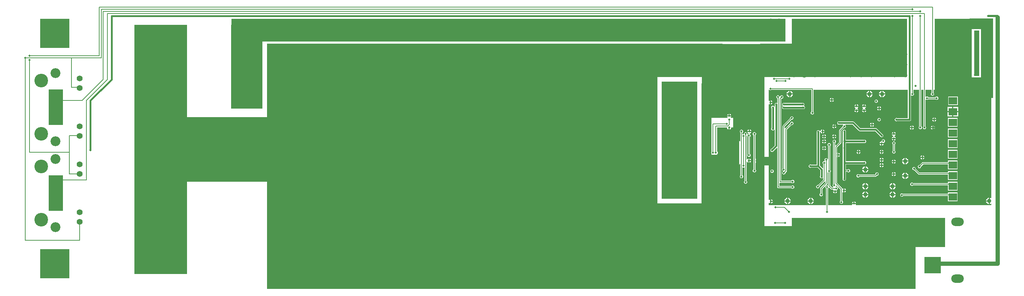
<source format=gbl>
G04*
G04 #@! TF.GenerationSoftware,Altium Limited,Altium Designer,18.1.7 (191)*
G04*
G04 Layer_Physical_Order=2*
G04 Layer_Color=16711680*
%FSLAX44Y44*%
%MOMM*%
G71*
G01*
G75*
%ADD10C,0.2000*%
%ADD91C,0.4000*%
%ADD92C,0.5000*%
%ADD93C,1.0000*%
%ADD178R,7.0000X7.0000*%
%ADD179R,2.0000X1.8000*%
%ADD180O,3.0000X2.0000*%
%ADD181R,4.0000X4.0000*%
%ADD182R,1.3980X1.3980*%
%ADD183C,1.3980*%
%ADD184C,3.2500*%
%ADD185C,2.3550*%
%ADD186C,1.0000*%
%ADD187C,0.4800*%
%ADD188R,6.5000X5.0000*%
%ADD189R,3.0000X18.5000*%
%ADD190R,5.7000X2.5000*%
%ADD191R,1.2000X10.9000*%
%ADD192R,15.0000X3.0000*%
%ADD193R,3.5000X2.5000*%
%ADD194R,5.0000X7.5000*%
%ADD195R,5.0000X2.0000*%
%ADD196R,9.0000X8.0000*%
%ADD197R,9.0000X10.0000*%
%ADD198R,153.5000X6.5000*%
%ADD199R,13.0000X7.0000*%
%ADD200R,8.9000X17.5000*%
%ADD201R,27.5000X14.0000*%
%ADD202R,8.0000X4.0000*%
%ADD203R,7.5000X20.0000*%
%ADD204R,132.0000X5.5000*%
%ADD205R,29.5000X17.0000*%
%ADD206R,43.0000X15.5000*%
%ADD207R,12.5000X59.5000*%
%ADD208R,30.0000X15.5000*%
%ADD209R,19.0000X8.0000*%
%ADD210R,8.5000X28.0000*%
%ADD211R,3.5000X8.5000*%
%ADD212R,18.0000X15.5000*%
%ADD213R,15.0000X13.5000*%
%ADD214R,93.0000X53.5000*%
G36*
X1990000Y682103D02*
X1988861Y681541D01*
X1988802Y681586D01*
X1986968Y682346D01*
X1986270Y682438D01*
Y675000D01*
Y667562D01*
X1986968Y667654D01*
X1988802Y668414D01*
X1988861Y668459D01*
X1990000Y667897D01*
X1990000Y427103D01*
X1988861Y426541D01*
X1988802Y426586D01*
X1986968Y427346D01*
X1986270Y427438D01*
Y420000D01*
Y412562D01*
X1986968Y412654D01*
X1988802Y413414D01*
X1988861Y413459D01*
X1990000Y412897D01*
Y410000D01*
X1840000Y410000D01*
X1840000Y710000D01*
X1990000Y710000D01*
X1990000Y682103D01*
D02*
G37*
G36*
X2001470Y695000D02*
X2002478Y694326D01*
X2004000Y694024D01*
X2005522Y694326D01*
X2006530Y695000D01*
X2101451Y695000D01*
Y642987D01*
X2101188Y642812D01*
X2100326Y641522D01*
X2100024Y640000D01*
X2100326Y638478D01*
X2101188Y637188D01*
X2102478Y636326D01*
X2104000Y636024D01*
X2105522Y636326D01*
X2106812Y637188D01*
X2107674Y638478D01*
X2107976Y640000D01*
X2107674Y641522D01*
X2106812Y642812D01*
X2106549Y642987D01*
Y695000D01*
X2331431Y695000D01*
Y627569D01*
X2305679D01*
X2305522Y627674D01*
X2304000Y627976D01*
X2302478Y627674D01*
X2301188Y626812D01*
X2300326Y625522D01*
X2300024Y624000D01*
X2300326Y622478D01*
X2301188Y621188D01*
X2302478Y620326D01*
X2304000Y620024D01*
X2305522Y620326D01*
X2305679Y620431D01*
X2335000D01*
X2336366Y620703D01*
X2337523Y621477D01*
X2338297Y622634D01*
X2338569Y624000D01*
Y681075D01*
X2339839Y681754D01*
X2340478Y681326D01*
X2342000Y681024D01*
X2343522Y681326D01*
X2344812Y682188D01*
X2345674Y683478D01*
X2345977Y685000D01*
X2345674Y686522D01*
X2344812Y687812D01*
X2344549Y687987D01*
Y695000D01*
X2358451Y695000D01*
X2358451Y607987D01*
X2358188Y607812D01*
X2357326Y606522D01*
X2357024Y605000D01*
X2357326Y603478D01*
X2358188Y602188D01*
X2359478Y601326D01*
X2361000Y601024D01*
X2362522Y601326D01*
X2363812Y602188D01*
X2364674Y603478D01*
X2364976Y605000D01*
X2364674Y606522D01*
X2363812Y607812D01*
X2363549Y607987D01*
X2363549Y695000D01*
X2368451D01*
Y607987D01*
X2368188Y607812D01*
X2367326Y606522D01*
X2367024Y605000D01*
X2367326Y603478D01*
X2368188Y602188D01*
X2369478Y601326D01*
X2371000Y601024D01*
X2372522Y601326D01*
X2373812Y602188D01*
X2374674Y603478D01*
X2374977Y605000D01*
X2374674Y606522D01*
X2373812Y607812D01*
X2373549Y607987D01*
Y671088D01*
X2374819Y671767D01*
X2375478Y671326D01*
X2377000Y671024D01*
X2378522Y671326D01*
X2379812Y672188D01*
X2379987Y672451D01*
X2397013D01*
X2397188Y672188D01*
X2398478Y671326D01*
X2400000Y671024D01*
X2401522Y671326D01*
X2402812Y672188D01*
X2403674Y673478D01*
X2403976Y675000D01*
X2403674Y676522D01*
X2402812Y677812D01*
X2401522Y678674D01*
X2400000Y678976D01*
X2398478Y678674D01*
X2397188Y677812D01*
X2397013Y677549D01*
X2379987D01*
X2379812Y677812D01*
X2378522Y678674D01*
X2377000Y678976D01*
X2375478Y678674D01*
X2374819Y678233D01*
X2373549Y678912D01*
Y695000D01*
X2387451Y695000D01*
Y687987D01*
X2387188Y687812D01*
X2386326Y686522D01*
X2386024Y685000D01*
X2386326Y683478D01*
X2387188Y682188D01*
X2388478Y681326D01*
X2390000Y681024D01*
X2391522Y681326D01*
X2392812Y682188D01*
X2393674Y683478D01*
X2393976Y685000D01*
X2393674Y686522D01*
X2392812Y687812D01*
X2392549Y687987D01*
Y695000D01*
X2517897Y695000D01*
X2518459Y693861D01*
X2518414Y693802D01*
X2517654Y691968D01*
X2517562Y691270D01*
X2525000D01*
Y690000D01*
X2526270D01*
Y682562D01*
X2526968Y682654D01*
X2528802Y683414D01*
X2528861Y683459D01*
X2530000Y682897D01*
X2530000Y437103D01*
X2528861Y436541D01*
X2528802Y436586D01*
X2526968Y437346D01*
X2526270Y437438D01*
Y430000D01*
Y422562D01*
X2526968Y422654D01*
X2528802Y423414D01*
X2528861Y423459D01*
X2530000Y422897D01*
Y420000D01*
X2207796Y420000D01*
X2207117Y421270D01*
X2207653Y422072D01*
X2207784Y422730D01*
X2198216D01*
X2198347Y422072D01*
X2198883Y421270D01*
X2198204Y420000D01*
X2141549D01*
Y460013D01*
X2141812Y460188D01*
X2142674Y461478D01*
X2142748Y461851D01*
X2144126Y462269D01*
X2148198Y458198D01*
X2149025Y457645D01*
X2150000Y457451D01*
X2153658D01*
X2154184Y456181D01*
X2153347Y454927D01*
X2153216Y454270D01*
X2162784D01*
X2162653Y454927D01*
X2162214Y455584D01*
X2162522Y456326D01*
X2163812Y457188D01*
X2164674Y458478D01*
X2164976Y460000D01*
X2164674Y461522D01*
X2163812Y462812D01*
X2162522Y463674D01*
X2161000Y463976D01*
X2160074Y463792D01*
X2159311Y464935D01*
X2159674Y465478D01*
X2159914Y466685D01*
X2160807Y467125D01*
X2161210Y467186D01*
X2170451Y457944D01*
Y429987D01*
X2170188Y429812D01*
X2169326Y428522D01*
X2169024Y427000D01*
X2169326Y425478D01*
X2170188Y424188D01*
X2171478Y423326D01*
X2173000Y423024D01*
X2174522Y423326D01*
X2175812Y424188D01*
X2176674Y425478D01*
X2176976Y427000D01*
X2176674Y428522D01*
X2175812Y429812D01*
X2175549Y429987D01*
Y450018D01*
X2176669Y450616D01*
X2177072Y450347D01*
X2177730Y450216D01*
Y455000D01*
Y459784D01*
X2177072Y459653D01*
X2176756Y459442D01*
X2175355Y459976D01*
X2174802Y460802D01*
X2162549Y473056D01*
Y534285D01*
X2163730Y535134D01*
Y540000D01*
Y544866D01*
X2162549Y545715D01*
Y557944D01*
X2171802Y567198D01*
X2172355Y568024D01*
X2172549Y569000D01*
Y596944D01*
X2179690Y604085D01*
X2180000Y604024D01*
X2181521Y604326D01*
X2182812Y605188D01*
X2183674Y606478D01*
X2183976Y608000D01*
X2183674Y609522D01*
X2182812Y610812D01*
X2182288Y611161D01*
X2182673Y612431D01*
X2199522D01*
X2214477Y597477D01*
X2215634Y596703D01*
X2217000Y596431D01*
X2253522D01*
X2265289Y584664D01*
X2265326Y584478D01*
X2266188Y583188D01*
X2267478Y582326D01*
X2269000Y582024D01*
X2270522Y582326D01*
X2271812Y583188D01*
X2272674Y584478D01*
X2272976Y586000D01*
X2272674Y587522D01*
X2271812Y588812D01*
X2270522Y589674D01*
X2270336Y589711D01*
X2257523Y602523D01*
X2256366Y603297D01*
X2255000Y603569D01*
X2218478D01*
X2203523Y618523D01*
X2202366Y619297D01*
X2201000Y619569D01*
X2168679D01*
X2168522Y619674D01*
X2167000Y619976D01*
X2165478Y619674D01*
X2164188Y618812D01*
X2163326Y617522D01*
X2163024Y616000D01*
X2163326Y614478D01*
X2164188Y613188D01*
X2165478Y612326D01*
X2167000Y612024D01*
X2168522Y612326D01*
X2168679Y612431D01*
X2177326D01*
X2177711Y611161D01*
X2177188Y610812D01*
X2176326Y609522D01*
X2176024Y608000D01*
X2176085Y607690D01*
X2168198Y599802D01*
X2167645Y598975D01*
X2167451Y598000D01*
Y570056D01*
X2159722Y562327D01*
X2158549Y562813D01*
Y569013D01*
X2158812Y569188D01*
X2159674Y570478D01*
X2159976Y572000D01*
X2159674Y573522D01*
X2158812Y574812D01*
X2157522Y575674D01*
X2156000Y575976D01*
X2154478Y575674D01*
X2153188Y574812D01*
X2152326Y573522D01*
X2152023Y572000D01*
X2152326Y570478D01*
X2153188Y569188D01*
X2153451Y569013D01*
Y469987D01*
X2153188Y469812D01*
X2152326Y468522D01*
X2152023Y467000D01*
X2152326Y465478D01*
X2153188Y464188D01*
X2153741Y463819D01*
X2153356Y462549D01*
X2151056D01*
X2146549Y467056D01*
Y498013D01*
X2146812Y498188D01*
X2147674Y499478D01*
X2147976Y501000D01*
X2147674Y502522D01*
X2146812Y503812D01*
X2146549Y503987D01*
Y561013D01*
X2146812Y561188D01*
X2147674Y562478D01*
X2147976Y564000D01*
X2147674Y565522D01*
X2146812Y566812D01*
X2145522Y567674D01*
X2144000Y567976D01*
X2142478Y567674D01*
X2141188Y566812D01*
X2140326Y565522D01*
X2140024Y564000D01*
X2140326Y562478D01*
X2141188Y561188D01*
X2141451Y561013D01*
Y530644D01*
X2140181Y530259D01*
X2139812Y530812D01*
X2138522Y531674D01*
X2137000Y531976D01*
X2135478Y531674D01*
X2134188Y530812D01*
X2133326Y529522D01*
X2133024Y528000D01*
X2133326Y526478D01*
X2133689Y525935D01*
X2132925Y524792D01*
X2132000Y524976D01*
X2130478Y524674D01*
X2129188Y523812D01*
X2128326Y522522D01*
X2128024Y521000D01*
X2128326Y519478D01*
X2129188Y518188D01*
X2129451Y518013D01*
Y508350D01*
X2128181Y507866D01*
X2121569Y514478D01*
Y593321D01*
X2121674Y593478D01*
X2121922Y594726D01*
X2123217D01*
X2123347Y594072D01*
X2124438Y592439D01*
X2126073Y591347D01*
X2126730Y591216D01*
Y596000D01*
Y600784D01*
X2126073Y600653D01*
X2124438Y599562D01*
X2123347Y597928D01*
X2123018Y596274D01*
X2121723D01*
X2121674Y596522D01*
X2120812Y597812D01*
X2119522Y598674D01*
X2118000Y598976D01*
X2116478Y598674D01*
X2115188Y597812D01*
X2114326Y596522D01*
X2114024Y595000D01*
X2114326Y593478D01*
X2114431Y593321D01*
Y516569D01*
X2100679D01*
X2100522Y516674D01*
X2099000Y516976D01*
X2097478Y516674D01*
X2096188Y515812D01*
X2095326Y514522D01*
X2095024Y513000D01*
X2095326Y511478D01*
X2096188Y510188D01*
X2097478Y509326D01*
X2099000Y509024D01*
X2100522Y509326D01*
X2100679Y509431D01*
X2116522D01*
X2122431Y503522D01*
Y489679D01*
X2122326Y489522D01*
X2122024Y488000D01*
X2122326Y486478D01*
X2123188Y485188D01*
X2124478Y484326D01*
X2126000Y484024D01*
X2127522Y484326D01*
X2128181Y484767D01*
X2129451Y484088D01*
Y480056D01*
X2117310Y467915D01*
X2117000Y467976D01*
X2115478Y467674D01*
X2114188Y466812D01*
X2113326Y465522D01*
X2113024Y464000D01*
X2113326Y462478D01*
X2114188Y461188D01*
X2115478Y460326D01*
X2117000Y460024D01*
X2118522Y460326D01*
X2119812Y461188D01*
X2120674Y462478D01*
X2120976Y464000D01*
X2120915Y464310D01*
X2133181Y476576D01*
X2134451Y476050D01*
Y473056D01*
X2123197Y461802D01*
X2122645Y460975D01*
X2122451Y460000D01*
Y447987D01*
X2122188Y447812D01*
X2121326Y446522D01*
X2121024Y445000D01*
X2121326Y443478D01*
X2122188Y442188D01*
X2123478Y441326D01*
X2125000Y441024D01*
X2126522Y441326D01*
X2127812Y442188D01*
X2128674Y443478D01*
X2128976Y445000D01*
X2128674Y446522D01*
X2127812Y447812D01*
X2127549Y447987D01*
Y458944D01*
X2138802Y470198D01*
X2139355Y471025D01*
X2139549Y472000D01*
Y497771D01*
X2140819Y498290D01*
X2141451Y497742D01*
Y467464D01*
X2140181Y466741D01*
X2139000Y466976D01*
X2137478Y466674D01*
X2136188Y465812D01*
X2135326Y464522D01*
X2135023Y463000D01*
X2135326Y461478D01*
X2136188Y460188D01*
X2136451Y460013D01*
Y420000D01*
X2000000Y420000D01*
Y425305D01*
X2001270Y425690D01*
X2001438Y425438D01*
X2003073Y424347D01*
X2003730Y424216D01*
Y429000D01*
Y433784D01*
X2003073Y433653D01*
X2001438Y432561D01*
X2001270Y432309D01*
X2000000Y432695D01*
Y660204D01*
X2001270Y660883D01*
X2002072Y660347D01*
X2002730Y660216D01*
Y665000D01*
Y669784D01*
X2002072Y669653D01*
X2001270Y669117D01*
X2000000Y669796D01*
Y695000D01*
X2001470D01*
D02*
G37*
%LPC*%
G36*
X1983730Y682438D02*
X1983032Y682346D01*
X1981198Y681586D01*
X1979622Y680378D01*
X1978414Y678802D01*
X1977654Y676968D01*
X1977562Y676270D01*
X1983730D01*
Y682438D01*
D02*
G37*
G36*
X1961270D02*
Y676270D01*
X1967438D01*
X1967346Y676968D01*
X1966586Y678802D01*
X1965378Y680378D01*
X1963802Y681586D01*
X1961968Y682346D01*
X1961270Y682438D01*
D02*
G37*
G36*
X1958730D02*
X1958032Y682346D01*
X1956198Y681586D01*
X1954622Y680378D01*
X1953414Y678802D01*
X1952654Y676968D01*
X1952562Y676270D01*
X1958730D01*
Y682438D01*
D02*
G37*
G36*
X1936270D02*
Y676270D01*
X1942438D01*
X1942346Y676968D01*
X1941586Y678802D01*
X1940378Y680378D01*
X1938802Y681586D01*
X1936968Y682346D01*
X1936270Y682438D01*
D02*
G37*
G36*
X1933730D02*
X1933032Y682346D01*
X1931198Y681586D01*
X1929622Y680378D01*
X1928414Y678802D01*
X1927654Y676968D01*
X1927562Y676270D01*
X1933730D01*
Y682438D01*
D02*
G37*
G36*
X1911270D02*
Y676270D01*
X1917438D01*
X1917346Y676968D01*
X1916586Y678802D01*
X1915378Y680378D01*
X1913802Y681586D01*
X1911968Y682346D01*
X1911270Y682438D01*
D02*
G37*
G36*
X1908730D02*
X1908032Y682346D01*
X1906198Y681586D01*
X1904622Y680378D01*
X1903414Y678802D01*
X1902654Y676968D01*
X1902562Y676270D01*
X1908730D01*
Y682438D01*
D02*
G37*
G36*
X1886270D02*
Y676270D01*
X1892438D01*
X1892346Y676968D01*
X1891586Y678802D01*
X1890378Y680378D01*
X1888802Y681586D01*
X1886968Y682346D01*
X1886270Y682438D01*
D02*
G37*
G36*
X1883730D02*
X1883032Y682346D01*
X1881198Y681586D01*
X1879622Y680378D01*
X1878414Y678802D01*
X1877654Y676968D01*
X1877562Y676270D01*
X1883730D01*
Y682438D01*
D02*
G37*
G36*
X1861270D02*
Y676270D01*
X1867438D01*
X1867346Y676968D01*
X1866586Y678802D01*
X1865378Y680378D01*
X1863802Y681586D01*
X1861968Y682346D01*
X1861270Y682438D01*
D02*
G37*
G36*
X1858730D02*
X1858032Y682346D01*
X1856198Y681586D01*
X1854622Y680378D01*
X1853414Y678802D01*
X1852654Y676968D01*
X1852562Y676270D01*
X1858730D01*
Y682438D01*
D02*
G37*
G36*
X1983730Y673730D02*
X1977562D01*
X1977654Y673032D01*
X1978414Y671198D01*
X1979622Y669622D01*
X1981198Y668414D01*
X1983032Y667654D01*
X1983730Y667562D01*
Y673730D01*
D02*
G37*
G36*
X1967438D02*
X1961270D01*
Y667562D01*
X1961968Y667654D01*
X1963802Y668414D01*
X1965378Y669622D01*
X1966586Y671198D01*
X1967346Y673032D01*
X1967438Y673730D01*
D02*
G37*
G36*
X1958730D02*
X1952562D01*
X1952654Y673032D01*
X1953414Y671198D01*
X1954622Y669622D01*
X1956198Y668414D01*
X1958032Y667654D01*
X1958730Y667562D01*
Y673730D01*
D02*
G37*
G36*
X1942438D02*
X1936270D01*
Y667562D01*
X1936968Y667654D01*
X1938802Y668414D01*
X1940378Y669622D01*
X1941586Y671198D01*
X1942346Y673032D01*
X1942438Y673730D01*
D02*
G37*
G36*
X1933730D02*
X1927562D01*
X1927654Y673032D01*
X1928414Y671198D01*
X1929622Y669622D01*
X1931198Y668414D01*
X1933032Y667654D01*
X1933730Y667562D01*
Y673730D01*
D02*
G37*
G36*
X1917438D02*
X1911270D01*
Y667562D01*
X1911968Y667654D01*
X1913802Y668414D01*
X1915378Y669622D01*
X1916586Y671198D01*
X1917346Y673032D01*
X1917438Y673730D01*
D02*
G37*
G36*
X1908730D02*
X1902562D01*
X1902654Y673032D01*
X1903414Y671198D01*
X1904622Y669622D01*
X1906198Y668414D01*
X1908032Y667654D01*
X1908730Y667562D01*
Y673730D01*
D02*
G37*
G36*
X1892438D02*
X1886270D01*
Y667562D01*
X1886968Y667654D01*
X1888802Y668414D01*
X1890378Y669622D01*
X1891586Y671198D01*
X1892346Y673032D01*
X1892438Y673730D01*
D02*
G37*
G36*
X1883730D02*
X1877562D01*
X1877654Y673032D01*
X1878414Y671198D01*
X1879622Y669622D01*
X1881198Y668414D01*
X1883032Y667654D01*
X1883730Y667562D01*
Y673730D01*
D02*
G37*
G36*
X1867438D02*
X1861270D01*
Y667562D01*
X1861968Y667654D01*
X1863802Y668414D01*
X1865378Y669622D01*
X1866586Y671198D01*
X1867346Y673032D01*
X1867438Y673730D01*
D02*
G37*
G36*
X1858730D02*
X1852562D01*
X1852654Y673032D01*
X1853414Y671198D01*
X1854622Y669622D01*
X1856198Y668414D01*
X1858032Y667654D01*
X1858730Y667562D01*
Y673730D01*
D02*
G37*
G36*
X1907270Y637784D02*
Y634270D01*
X1910784D01*
X1910653Y634927D01*
X1909561Y636562D01*
X1907928Y637653D01*
X1907270Y637784D01*
D02*
G37*
G36*
X1904730D02*
X1904073Y637653D01*
X1902439Y636562D01*
X1901347Y634927D01*
X1901216Y634270D01*
X1904730D01*
Y637784D01*
D02*
G37*
G36*
X1910784Y631730D02*
X1901216D01*
X1901347Y631073D01*
X1902439Y629439D01*
X1902691Y629270D01*
X1902305Y628000D01*
X1877000Y628000D01*
Y628000D01*
X1864000D01*
X1864000Y547530D01*
X1863326Y546522D01*
X1863024Y545000D01*
X1863326Y543478D01*
X1864000Y542470D01*
Y540000D01*
X1873815D01*
X1874000Y539963D01*
X1874185Y540000D01*
X1877000D01*
Y541063D01*
X1877561Y541438D01*
X1878653Y543073D01*
X1879037Y545000D01*
X1878653Y546927D01*
X1877561Y548562D01*
X1877000Y548937D01*
X1877000Y605500D01*
X1900553Y605500D01*
X1900963Y605000D01*
X1901347Y603073D01*
X1902439Y601438D01*
X1904073Y600347D01*
X1904730Y600216D01*
Y605000D01*
X1907270D01*
Y600216D01*
X1907928Y600347D01*
X1909561Y601438D01*
X1910653Y603073D01*
X1911037Y605000D01*
X1911447Y605500D01*
X1915000D01*
X1915000Y628000D01*
X1909695D01*
X1909309Y629270D01*
X1909561Y629439D01*
X1910653Y631073D01*
X1910784Y631730D01*
D02*
G37*
G36*
X1955270Y600784D02*
Y597270D01*
X1958784D01*
X1958653Y597928D01*
X1957561Y599562D01*
X1955927Y600653D01*
X1955270Y600784D01*
D02*
G37*
G36*
X1952730D02*
X1952072Y600653D01*
X1950439Y599562D01*
X1949347Y597928D01*
X1949216Y597270D01*
X1952730D01*
Y600784D01*
D02*
G37*
G36*
X1898730Y576438D02*
X1898032Y576346D01*
X1896198Y575586D01*
X1894622Y574378D01*
X1894207D01*
X1893154Y574549D01*
X1891803Y575586D01*
X1889968Y576346D01*
X1889270Y576438D01*
Y569000D01*
Y561562D01*
X1889968Y561654D01*
X1891803Y562414D01*
X1893154Y563451D01*
X1894000Y563589D01*
X1894846Y563451D01*
X1896198Y562414D01*
X1898032Y561654D01*
X1898730Y561562D01*
Y569000D01*
Y576438D01*
D02*
G37*
G36*
X1886730Y576438D02*
X1886032Y576346D01*
X1884198Y575586D01*
X1882622Y574378D01*
X1881414Y572803D01*
X1880654Y570968D01*
X1880562Y570270D01*
X1886730D01*
Y576438D01*
D02*
G37*
G36*
Y567730D02*
X1880562D01*
X1880654Y567032D01*
X1881414Y565197D01*
X1882622Y563622D01*
X1884198Y562414D01*
X1886032Y561654D01*
X1886730Y561562D01*
Y567730D01*
D02*
G37*
G36*
X1935000Y599976D02*
X1933478Y599674D01*
X1932188Y598812D01*
X1931326Y597522D01*
X1931024Y596000D01*
X1931326Y594478D01*
X1932188Y593188D01*
X1932451Y593013D01*
Y571619D01*
X1931181Y571366D01*
X1930586Y572803D01*
X1929378Y574378D01*
X1927802Y575586D01*
X1925968Y576346D01*
X1925270Y576438D01*
Y569000D01*
X1922730D01*
Y576438D01*
X1922032Y576346D01*
X1920197Y575586D01*
X1918846Y574549D01*
X1918000Y574411D01*
X1917153Y574549D01*
X1915802Y575586D01*
X1913968Y576346D01*
X1913270Y576438D01*
Y569000D01*
X1910730D01*
Y576438D01*
X1910032Y576346D01*
X1908197Y575586D01*
X1906846Y574549D01*
X1906000Y574411D01*
X1905154Y574549D01*
X1903803Y575586D01*
X1901968Y576346D01*
X1901270Y576438D01*
Y569000D01*
Y561562D01*
X1901968Y561654D01*
X1903803Y562414D01*
X1905058Y563377D01*
X1906388Y563026D01*
X1906533Y562261D01*
X1905414Y560802D01*
X1904654Y558968D01*
X1904562Y558270D01*
X1912000D01*
Y555730D01*
X1904562D01*
X1904654Y555032D01*
X1905414Y553198D01*
X1906622Y551622D01*
Y550378D01*
X1905414Y548802D01*
X1904654Y546968D01*
X1904562Y546270D01*
X1912000D01*
Y543730D01*
X1904562D01*
X1904654Y543032D01*
X1905414Y541198D01*
X1906622Y539622D01*
Y538378D01*
X1905414Y536802D01*
X1904654Y534968D01*
X1904562Y534270D01*
X1912000D01*
Y531730D01*
X1904562D01*
X1904654Y531032D01*
X1905414Y529198D01*
X1906115Y528283D01*
X1905898Y526751D01*
X1905408Y526378D01*
X1905378D01*
X1903803Y527586D01*
X1901968Y528346D01*
X1901270Y528438D01*
Y521000D01*
Y513562D01*
X1901968Y513654D01*
X1903803Y514414D01*
X1905378Y515622D01*
X1906622D01*
X1908197Y514414D01*
X1910032Y513654D01*
X1910730Y513562D01*
Y521000D01*
X1913270D01*
Y513562D01*
X1913968Y513654D01*
X1915802Y514414D01*
X1917378Y515622D01*
X1918622D01*
X1920197Y514414D01*
X1922032Y513654D01*
X1922730Y513562D01*
Y521000D01*
X1925270D01*
Y513562D01*
X1925968Y513654D01*
X1927802Y514414D01*
X1929378Y515622D01*
X1930586Y517197D01*
X1931181Y518634D01*
X1932451Y518381D01*
Y490987D01*
X1932188Y490812D01*
X1931326Y489522D01*
X1931024Y488000D01*
X1931326Y486478D01*
X1932188Y485188D01*
X1933478Y484326D01*
X1935000Y484024D01*
X1936522Y484326D01*
X1937812Y485188D01*
X1938674Y486478D01*
X1938976Y488000D01*
X1938674Y489522D01*
X1937812Y490812D01*
X1937549Y490987D01*
Y509536D01*
X1938819Y510258D01*
X1940000Y510024D01*
X1941181Y510258D01*
X1942451Y509536D01*
Y477987D01*
X1942188Y477812D01*
X1941326Y476522D01*
X1941024Y475000D01*
X1941326Y473478D01*
X1942188Y472188D01*
X1943478Y471326D01*
X1945000Y471024D01*
X1946522Y471326D01*
X1947812Y472188D01*
X1948674Y473478D01*
X1948976Y475000D01*
X1948674Y476522D01*
X1947812Y477812D01*
X1947549Y477987D01*
Y522980D01*
X1948819Y523366D01*
X1949438Y522438D01*
X1951073Y521347D01*
X1951730Y521216D01*
Y526000D01*
Y530784D01*
X1951073Y530653D01*
X1949438Y529562D01*
X1948819Y528634D01*
X1947549Y529020D01*
Y586340D01*
X1947840Y586557D01*
X1948563Y586217D01*
X1949048Y585876D01*
X1949326Y584478D01*
X1950188Y583188D01*
X1950451Y583013D01*
Y570000D01*
Y541987D01*
X1950188Y541812D01*
X1949326Y540522D01*
X1949024Y539000D01*
X1949326Y537478D01*
X1950188Y536188D01*
X1951478Y535326D01*
X1953000Y535024D01*
X1954522Y535326D01*
X1955812Y536188D01*
X1956674Y537478D01*
X1956976Y539000D01*
X1956674Y540522D01*
X1955812Y541812D01*
X1955549Y541987D01*
Y570000D01*
Y583013D01*
X1955812Y583188D01*
X1956674Y584478D01*
X1956976Y586000D01*
X1956674Y587522D01*
X1955812Y588812D01*
X1954522Y589674D01*
X1954274Y589723D01*
Y591018D01*
X1955927Y591347D01*
X1957561Y592439D01*
X1958653Y594072D01*
X1958784Y594730D01*
X1949216D01*
X1949347Y594072D01*
X1950439Y592439D01*
X1952072Y591347D01*
X1952726Y591217D01*
Y589922D01*
X1951478Y589674D01*
X1950188Y588812D01*
X1949970Y588485D01*
X1948774Y588980D01*
X1948976Y590000D01*
X1948674Y591522D01*
X1947812Y592812D01*
X1946522Y593674D01*
X1945000Y593976D01*
X1943478Y593674D01*
X1942188Y592812D01*
X1941326Y591522D01*
X1941037Y590065D01*
X1940916Y589705D01*
X1940295Y589084D01*
X1939935Y588963D01*
X1938819Y588741D01*
X1937549Y589464D01*
Y593013D01*
X1937812Y593188D01*
X1938674Y594478D01*
X1938976Y596000D01*
X1938674Y597522D01*
X1937812Y598812D01*
X1936522Y599674D01*
X1935000Y599976D01*
D02*
G37*
G36*
X1972270Y530784D02*
Y527270D01*
X1975784D01*
X1975653Y527927D01*
X1974561Y529562D01*
X1972928Y530653D01*
X1972270Y530784D01*
D02*
G37*
G36*
X1954270D02*
Y527270D01*
X1957784D01*
X1957653Y527927D01*
X1956561Y529562D01*
X1954928Y530653D01*
X1954270Y530784D01*
D02*
G37*
G36*
X1898730Y528438D02*
X1898032Y528346D01*
X1896198Y527586D01*
X1894622Y526378D01*
X1893378D01*
X1891803Y527586D01*
X1889968Y528346D01*
X1889270Y528438D01*
Y521000D01*
Y513562D01*
X1889968Y513654D01*
X1891803Y514414D01*
X1893378Y515622D01*
X1894622D01*
X1896198Y514414D01*
X1898032Y513654D01*
X1898730Y513562D01*
Y521000D01*
Y528438D01*
D02*
G37*
G36*
X1886730D02*
X1886032Y528346D01*
X1884198Y527586D01*
X1882623Y526378D01*
X1881378D01*
X1879803Y527586D01*
X1877968Y528346D01*
X1877270Y528438D01*
Y521000D01*
Y513562D01*
X1877968Y513654D01*
X1879803Y514414D01*
X1881378Y515622D01*
X1882623D01*
X1884198Y514414D01*
X1886032Y513654D01*
X1886730Y513562D01*
Y521000D01*
Y528438D01*
D02*
G37*
G36*
X1874730D02*
X1874032Y528346D01*
X1872198Y527586D01*
X1870623Y526378D01*
X1869378D01*
X1867803Y527586D01*
X1865968Y528346D01*
X1865270Y528438D01*
Y521000D01*
Y513562D01*
X1865968Y513654D01*
X1867803Y514414D01*
X1869378Y515622D01*
X1870623D01*
X1872198Y514414D01*
X1874032Y513654D01*
X1874730Y513562D01*
Y521000D01*
Y528438D01*
D02*
G37*
G36*
X1862730D02*
X1862032Y528346D01*
X1860197Y527586D01*
X1858622Y526378D01*
X1857414Y524803D01*
X1856654Y522968D01*
X1856562Y522270D01*
X1862730D01*
Y528438D01*
D02*
G37*
G36*
X1975784Y524730D02*
X1972270D01*
Y521216D01*
X1972928Y521347D01*
X1974561Y522438D01*
X1975653Y524072D01*
X1975784Y524730D01*
D02*
G37*
G36*
X1957784D02*
X1954270D01*
Y521216D01*
X1954928Y521347D01*
X1956561Y522438D01*
X1957653Y524072D01*
X1957784Y524730D01*
D02*
G37*
G36*
X1862730Y519730D02*
X1856562D01*
X1856654Y519032D01*
X1857414Y517197D01*
X1858622Y515622D01*
X1860197Y514414D01*
X1862032Y513654D01*
X1862730Y513562D01*
Y519730D01*
D02*
G37*
G36*
X1966000Y593976D02*
X1964478Y593674D01*
X1963188Y592812D01*
X1962326Y591522D01*
X1962024Y590000D01*
X1962326Y588478D01*
X1963188Y587188D01*
X1963451Y587013D01*
Y504987D01*
X1963188Y504812D01*
X1962326Y503522D01*
X1962024Y502000D01*
X1962326Y500478D01*
X1963188Y499188D01*
X1964478Y498326D01*
X1966000Y498024D01*
X1967522Y498326D01*
X1968812Y499188D01*
X1969674Y500478D01*
X1969976Y502000D01*
X1969674Y503522D01*
X1968812Y504812D01*
X1968549Y504987D01*
Y520285D01*
X1969730Y521134D01*
Y526000D01*
Y530866D01*
X1968549Y531715D01*
Y587013D01*
X1968812Y587188D01*
X1969674Y588478D01*
X1969976Y590000D01*
X1969674Y591522D01*
X1968812Y592812D01*
X1967522Y593674D01*
X1966000Y593976D01*
D02*
G37*
G36*
X1983730Y427438D02*
X1983032Y427346D01*
X1981198Y426586D01*
X1979622Y425378D01*
X1978414Y423802D01*
X1977654Y421968D01*
X1977562Y421270D01*
X1983730D01*
Y427438D01*
D02*
G37*
G36*
X1961270D02*
Y421270D01*
X1967438D01*
X1967346Y421968D01*
X1966586Y423802D01*
X1965378Y425378D01*
X1963802Y426586D01*
X1961968Y427346D01*
X1961270Y427438D01*
D02*
G37*
G36*
X1958730D02*
X1958032Y427346D01*
X1956198Y426586D01*
X1954622Y425378D01*
X1953414Y423802D01*
X1952654Y421968D01*
X1952562Y421270D01*
X1958730D01*
Y427438D01*
D02*
G37*
G36*
X1936270D02*
Y421270D01*
X1942438D01*
X1942346Y421968D01*
X1941586Y423802D01*
X1940378Y425378D01*
X1938802Y426586D01*
X1936968Y427346D01*
X1936270Y427438D01*
D02*
G37*
G36*
X1933730D02*
X1933032Y427346D01*
X1931198Y426586D01*
X1929622Y425378D01*
X1928414Y423802D01*
X1927654Y421968D01*
X1927562Y421270D01*
X1933730D01*
Y427438D01*
D02*
G37*
G36*
X1911270D02*
Y421270D01*
X1917438D01*
X1917346Y421968D01*
X1916586Y423802D01*
X1915378Y425378D01*
X1913802Y426586D01*
X1911968Y427346D01*
X1911270Y427438D01*
D02*
G37*
G36*
X1908730D02*
X1908032Y427346D01*
X1906198Y426586D01*
X1904622Y425378D01*
X1903414Y423802D01*
X1902654Y421968D01*
X1902562Y421270D01*
X1908730D01*
Y427438D01*
D02*
G37*
G36*
X1886270D02*
Y421270D01*
X1892438D01*
X1892346Y421968D01*
X1891586Y423802D01*
X1890378Y425378D01*
X1888802Y426586D01*
X1886968Y427346D01*
X1886270Y427438D01*
D02*
G37*
G36*
X1883730D02*
X1883032Y427346D01*
X1881198Y426586D01*
X1879622Y425378D01*
X1878414Y423802D01*
X1877654Y421968D01*
X1877562Y421270D01*
X1883730D01*
Y427438D01*
D02*
G37*
G36*
X1861270D02*
Y421270D01*
X1867438D01*
X1867346Y421968D01*
X1866586Y423802D01*
X1865378Y425378D01*
X1863802Y426586D01*
X1861968Y427346D01*
X1861270Y427438D01*
D02*
G37*
G36*
X1858730D02*
X1858032Y427346D01*
X1856198Y426586D01*
X1854622Y425378D01*
X1853414Y423802D01*
X1852654Y421968D01*
X1852562Y421270D01*
X1858730D01*
Y427438D01*
D02*
G37*
G36*
X1983730Y418730D02*
X1977562D01*
X1977654Y418032D01*
X1978414Y416198D01*
X1979622Y414622D01*
X1981198Y413414D01*
X1983032Y412654D01*
X1983730Y412562D01*
Y418730D01*
D02*
G37*
G36*
X1967438D02*
X1961270D01*
Y412562D01*
X1961968Y412654D01*
X1963802Y413414D01*
X1965378Y414622D01*
X1966586Y416198D01*
X1967346Y418032D01*
X1967438Y418730D01*
D02*
G37*
G36*
X1958730D02*
X1952562D01*
X1952654Y418032D01*
X1953414Y416198D01*
X1954622Y414622D01*
X1956198Y413414D01*
X1958032Y412654D01*
X1958730Y412562D01*
Y418730D01*
D02*
G37*
G36*
X1942438D02*
X1936270D01*
Y412562D01*
X1936968Y412654D01*
X1938802Y413414D01*
X1940378Y414622D01*
X1941586Y416198D01*
X1942346Y418032D01*
X1942438Y418730D01*
D02*
G37*
G36*
X1933730D02*
X1927562D01*
X1927654Y418032D01*
X1928414Y416198D01*
X1929622Y414622D01*
X1931198Y413414D01*
X1933032Y412654D01*
X1933730Y412562D01*
Y418730D01*
D02*
G37*
G36*
X1917438D02*
X1911270D01*
Y412562D01*
X1911968Y412654D01*
X1913802Y413414D01*
X1915378Y414622D01*
X1916586Y416198D01*
X1917346Y418032D01*
X1917438Y418730D01*
D02*
G37*
G36*
X1908730D02*
X1902562D01*
X1902654Y418032D01*
X1903414Y416198D01*
X1904622Y414622D01*
X1906198Y413414D01*
X1908032Y412654D01*
X1908730Y412562D01*
Y418730D01*
D02*
G37*
G36*
X1892438D02*
X1886270D01*
Y412562D01*
X1886968Y412654D01*
X1888802Y413414D01*
X1890378Y414622D01*
X1891586Y416198D01*
X1892346Y418032D01*
X1892438Y418730D01*
D02*
G37*
G36*
X1883730D02*
X1877562D01*
X1877654Y418032D01*
X1878414Y416198D01*
X1879622Y414622D01*
X1881198Y413414D01*
X1883032Y412654D01*
X1883730Y412562D01*
Y418730D01*
D02*
G37*
G36*
X1867438D02*
X1861270D01*
Y412562D01*
X1861968Y412654D01*
X1863802Y413414D01*
X1865378Y414622D01*
X1866586Y416198D01*
X1867346Y418032D01*
X1867438Y418730D01*
D02*
G37*
G36*
X1858730D02*
X1852562D01*
X1852654Y418032D01*
X1853414Y416198D01*
X1854622Y414622D01*
X1856198Y413414D01*
X1858032Y412654D01*
X1858730Y412562D01*
Y418730D01*
D02*
G37*
G36*
X2271270Y692438D02*
Y686270D01*
X2277438D01*
X2277346Y686968D01*
X2276586Y688802D01*
X2275378Y690378D01*
X2273802Y691586D01*
X2271968Y692346D01*
X2271270Y692438D01*
D02*
G37*
G36*
X2268730D02*
X2268032Y692346D01*
X2266198Y691586D01*
X2264622Y690378D01*
X2263414Y688802D01*
X2262654Y686968D01*
X2262562Y686270D01*
X2268730D01*
Y692438D01*
D02*
G37*
G36*
X2241270D02*
Y686270D01*
X2247438D01*
X2247346Y686968D01*
X2246586Y688802D01*
X2245378Y690378D01*
X2243802Y691586D01*
X2241968Y692346D01*
X2241270Y692438D01*
D02*
G37*
G36*
X2238730D02*
X2238032Y692346D01*
X2236198Y691586D01*
X2234622Y690378D01*
X2233414Y688802D01*
X2232654Y686968D01*
X2232562Y686270D01*
X2238730D01*
Y692438D01*
D02*
G37*
G36*
X2051270D02*
Y686270D01*
X2057438D01*
X2057346Y686968D01*
X2056586Y688802D01*
X2055378Y690378D01*
X2053802Y691586D01*
X2051968Y692346D01*
X2051270Y692438D01*
D02*
G37*
G36*
X2048730D02*
X2048032Y692346D01*
X2046198Y691586D01*
X2044622Y690378D01*
X2043414Y688802D01*
X2042654Y686968D01*
X2042562Y686270D01*
X2048730D01*
Y692438D01*
D02*
G37*
G36*
X2523730Y688730D02*
X2517562D01*
X2517654Y688032D01*
X2518414Y686198D01*
X2519622Y684622D01*
X2521198Y683414D01*
X2523032Y682654D01*
X2523730Y682562D01*
Y688730D01*
D02*
G37*
G36*
X2031000Y681976D02*
X2029478Y681674D01*
X2028188Y680812D01*
X2027326Y679522D01*
X2027147Y678623D01*
X2025853D01*
X2025674Y679522D01*
X2024812Y680812D01*
X2023522Y681674D01*
X2022000Y681976D01*
X2020478Y681674D01*
X2019188Y680812D01*
X2018326Y679522D01*
X2018024Y678000D01*
X2018326Y676478D01*
X2019188Y675188D01*
X2020451Y674344D01*
Y664464D01*
X2019181Y663742D01*
X2018000Y663976D01*
X2016478Y663674D01*
X2015188Y662812D01*
X2014326Y661522D01*
X2014024Y660000D01*
X2014326Y658478D01*
X2014431Y658321D01*
Y655674D01*
X2013161Y655288D01*
X2012812Y655812D01*
X2011522Y656674D01*
X2010000Y656976D01*
X2008478Y656674D01*
X2007188Y655812D01*
X2006326Y654522D01*
X2006024Y653000D01*
X2006326Y651478D01*
X2006431Y651321D01*
Y603679D01*
X2006326Y603522D01*
X2006024Y602000D01*
X2006326Y600478D01*
X2007188Y599188D01*
X2008478Y598326D01*
X2010000Y598024D01*
X2011522Y598326D01*
X2012812Y599188D01*
X2013161Y599712D01*
X2014431Y599326D01*
Y562478D01*
X2006664Y554711D01*
X2006478Y554674D01*
X2005188Y553812D01*
X2004326Y552522D01*
X2004023Y551000D01*
X2004326Y549478D01*
X2005188Y548188D01*
X2006478Y547326D01*
X2008000Y547024D01*
X2009522Y547326D01*
X2010812Y548188D01*
X2011674Y549478D01*
X2011711Y549664D01*
X2019278Y557231D01*
X2020451Y556745D01*
Y463000D01*
X2020645Y462025D01*
X2021198Y461198D01*
X2022025Y460645D01*
X2023000Y460451D01*
X2054013D01*
X2054188Y460188D01*
X2055478Y459326D01*
X2057000Y459024D01*
X2058522Y459326D01*
X2059812Y460188D01*
X2060674Y461478D01*
X2060976Y463000D01*
X2060674Y464522D01*
X2059812Y465812D01*
X2058522Y466674D01*
X2057000Y466976D01*
X2055478Y466674D01*
X2054188Y465812D01*
X2054013Y465549D01*
X2025549D01*
Y472552D01*
X2026819Y473487D01*
X2027000Y473451D01*
X2054013D01*
X2054188Y473188D01*
X2055478Y472326D01*
X2057000Y472024D01*
X2058522Y472326D01*
X2059812Y473188D01*
X2060674Y474478D01*
X2060976Y476000D01*
X2060674Y477522D01*
X2059812Y478812D01*
X2058522Y479674D01*
X2057000Y479976D01*
X2055478Y479674D01*
X2054188Y478812D01*
X2054013Y478549D01*
X2029549D01*
Y672944D01*
X2030690Y674085D01*
X2031000Y674024D01*
X2032522Y674326D01*
X2033812Y675188D01*
X2034674Y676478D01*
X2034976Y678000D01*
X2034674Y679522D01*
X2033812Y680812D01*
X2032522Y681674D01*
X2031000Y681976D01*
D02*
G37*
G36*
X2277438Y683730D02*
X2271270D01*
Y677562D01*
X2271968Y677654D01*
X2273802Y678414D01*
X2275378Y679622D01*
X2276586Y681198D01*
X2277346Y683032D01*
X2277438Y683730D01*
D02*
G37*
G36*
X2268730D02*
X2262562D01*
X2262654Y683032D01*
X2263414Y681198D01*
X2264622Y679622D01*
X2266198Y678414D01*
X2268032Y677654D01*
X2268730Y677562D01*
Y683730D01*
D02*
G37*
G36*
X2247438D02*
X2241270D01*
Y677562D01*
X2241968Y677654D01*
X2243802Y678414D01*
X2245378Y679622D01*
X2246586Y681198D01*
X2247346Y683032D01*
X2247438Y683730D01*
D02*
G37*
G36*
X2238730D02*
X2232562D01*
X2232654Y683032D01*
X2233414Y681198D01*
X2234622Y679622D01*
X2236198Y678414D01*
X2238032Y677654D01*
X2238730Y677562D01*
Y683730D01*
D02*
G37*
G36*
X2057438D02*
X2051270D01*
Y677562D01*
X2051968Y677654D01*
X2053802Y678414D01*
X2055378Y679622D01*
X2056586Y681198D01*
X2057346Y683032D01*
X2057438Y683730D01*
D02*
G37*
G36*
X2048730D02*
X2042562D01*
X2042654Y683032D01*
X2043414Y681198D01*
X2044622Y679622D01*
X2046198Y678414D01*
X2048032Y677654D01*
X2048730Y677562D01*
Y683730D01*
D02*
G37*
G36*
X2151270Y675784D02*
Y672270D01*
X2154784D01*
X2154653Y672927D01*
X2153562Y674561D01*
X2151927Y675653D01*
X2151270Y675784D01*
D02*
G37*
G36*
X2148730D02*
X2148073Y675653D01*
X2146438Y674561D01*
X2145347Y672927D01*
X2145216Y672270D01*
X2148730D01*
Y675784D01*
D02*
G37*
G36*
X2005270Y669784D02*
Y666270D01*
X2008784D01*
X2008653Y666927D01*
X2007561Y668561D01*
X2005927Y669653D01*
X2005270Y669784D01*
D02*
G37*
G36*
X2154784Y669730D02*
X2151270D01*
Y666216D01*
X2151927Y666347D01*
X2153562Y667439D01*
X2154653Y669072D01*
X2154784Y669730D01*
D02*
G37*
G36*
X2148730D02*
X2145216D01*
X2145347Y669072D01*
X2146438Y667439D01*
X2148073Y666347D01*
X2148730Y666216D01*
Y669730D01*
D02*
G37*
G36*
X2256000Y671976D02*
X2254478Y671674D01*
X2253188Y670812D01*
X2252326Y669522D01*
X2252024Y668000D01*
X2252326Y666478D01*
X2253188Y665188D01*
X2254478Y664326D01*
X2256000Y664024D01*
X2257522Y664326D01*
X2258812Y665188D01*
X2259674Y666478D01*
X2259976Y668000D01*
X2259674Y669522D01*
X2258812Y670812D01*
X2257522Y671674D01*
X2256000Y671976D01*
D02*
G37*
G36*
X2081000Y663976D02*
X2079478Y663674D01*
X2079321Y663569D01*
X2037679D01*
X2037522Y663674D01*
X2036000Y663976D01*
X2034478Y663674D01*
X2033188Y662812D01*
X2032326Y661522D01*
X2032024Y660000D01*
X2032326Y658478D01*
X2033119Y657293D01*
X2033268Y656889D01*
Y656111D01*
X2033119Y655707D01*
X2032326Y654522D01*
X2032024Y653000D01*
X2032326Y651478D01*
X2033188Y650188D01*
X2034478Y649326D01*
X2036000Y649024D01*
X2037522Y649326D01*
X2037679Y649431D01*
X2079321D01*
X2079478Y649326D01*
X2081000Y649024D01*
X2082522Y649326D01*
X2082679Y649431D01*
X2083000D01*
X2084366Y649703D01*
X2085523Y650477D01*
X2086297Y651634D01*
X2086569Y653000D01*
X2086297Y654366D01*
X2085523Y655523D01*
X2084547Y656176D01*
X2084436Y656328D01*
X2084291Y656699D01*
X2084115Y657642D01*
X2084674Y658478D01*
X2084976Y660000D01*
X2084674Y661522D01*
X2083812Y662812D01*
X2082522Y663674D01*
X2081000Y663976D01*
D02*
G37*
G36*
X2008784Y663730D02*
X2005270D01*
Y660216D01*
X2005927Y660347D01*
X2007561Y661439D01*
X2008653Y663073D01*
X2008784Y663730D01*
D02*
G37*
G36*
X2450300Y679300D02*
X2427300D01*
Y658300D01*
X2450300D01*
Y679300D01*
D02*
G37*
G36*
X2228270Y660784D02*
Y657270D01*
X2231784D01*
X2231653Y657927D01*
X2230561Y659561D01*
X2228927Y660653D01*
X2228270Y660784D01*
D02*
G37*
G36*
X2225730D02*
X2225072Y660653D01*
X2223438Y659561D01*
X2222346Y657927D01*
X2222216Y657270D01*
X2225730D01*
Y660784D01*
D02*
G37*
G36*
X2210270D02*
Y657270D01*
X2213784D01*
X2213653Y657927D01*
X2212561Y659561D01*
X2210927Y660653D01*
X2210270Y660784D01*
D02*
G37*
G36*
X2207730D02*
X2207072Y660653D01*
X2205438Y659561D01*
X2204346Y657927D01*
X2204216Y657270D01*
X2207730D01*
Y660784D01*
D02*
G37*
G36*
X2264270Y655784D02*
Y652270D01*
X2267784D01*
X2267653Y652927D01*
X2266561Y654561D01*
X2264928Y655653D01*
X2264270Y655784D01*
D02*
G37*
G36*
X2261730D02*
X2261073Y655653D01*
X2259438Y654561D01*
X2258347Y652927D01*
X2258216Y652270D01*
X2261730D01*
Y655784D01*
D02*
G37*
G36*
X2231784Y654730D02*
X2222216D01*
X2222346Y654072D01*
X2223438Y652439D01*
X2224492Y651734D01*
Y650266D01*
X2223438Y649561D01*
X2222346Y647927D01*
X2222216Y647270D01*
X2231784D01*
X2231653Y647927D01*
X2230561Y649561D01*
X2229507Y650266D01*
Y651734D01*
X2230561Y652439D01*
X2231653Y654072D01*
X2231784Y654730D01*
D02*
G37*
G36*
X2213784D02*
X2204216D01*
X2204346Y654072D01*
X2205438Y652439D01*
X2206492Y651734D01*
Y650266D01*
X2205438Y649561D01*
X2204346Y647927D01*
X2204216Y647270D01*
X2213784D01*
X2213653Y647927D01*
X2212561Y649561D01*
X2211508Y650266D01*
Y651734D01*
X2212561Y652439D01*
X2213653Y654072D01*
X2213784Y654730D01*
D02*
G37*
G36*
X2267784Y649730D02*
X2264270D01*
Y646216D01*
X2264928Y646347D01*
X2266561Y647439D01*
X2267653Y649072D01*
X2267784Y649730D01*
D02*
G37*
G36*
X2261730D02*
X2258216D01*
X2258347Y649072D01*
X2259438Y647439D01*
X2261073Y646347D01*
X2261730Y646216D01*
Y649730D01*
D02*
G37*
G36*
X2450940Y654240D02*
X2439670D01*
Y643970D01*
X2450940D01*
Y654240D01*
D02*
G37*
G36*
X2437130D02*
X2425860D01*
Y643970D01*
X2437130D01*
Y654240D01*
D02*
G37*
G36*
X2231784Y644730D02*
X2228270D01*
Y641216D01*
X2228927Y641347D01*
X2230561Y642439D01*
X2231653Y644072D01*
X2231784Y644730D01*
D02*
G37*
G36*
X2225730D02*
X2222216D01*
X2222346Y644072D01*
X2223438Y642439D01*
X2225072Y641347D01*
X2225730Y641216D01*
Y644730D01*
D02*
G37*
G36*
X2213784D02*
X2210270D01*
Y641216D01*
X2210927Y641347D01*
X2212561Y642439D01*
X2213653Y644072D01*
X2213784Y644730D01*
D02*
G37*
G36*
X2207730D02*
X2204216D01*
X2204346Y644072D01*
X2205438Y642439D01*
X2207072Y641347D01*
X2207730Y641216D01*
Y644730D01*
D02*
G37*
G36*
X2450940Y641430D02*
X2439670D01*
Y631160D01*
X2450940D01*
Y641430D01*
D02*
G37*
G36*
X2437130D02*
X2425860D01*
Y631160D01*
X2437130D01*
Y641430D01*
D02*
G37*
G36*
X2395270Y628784D02*
Y625270D01*
X2398784D01*
X2398653Y625928D01*
X2397561Y627561D01*
X2395927Y628653D01*
X2395270Y628784D01*
D02*
G37*
G36*
X2392730D02*
X2392072Y628653D01*
X2390439Y627561D01*
X2389347Y625928D01*
X2389216Y625270D01*
X2392730D01*
Y628784D01*
D02*
G37*
G36*
X2055000Y631976D02*
X2053478Y631674D01*
X2052188Y630812D01*
X2051326Y629522D01*
X2051024Y628000D01*
X2051085Y627690D01*
X2034198Y610802D01*
X2034198Y610802D01*
X2033645Y609975D01*
X2033451Y609000D01*
Y507987D01*
X2033188Y507812D01*
X2032326Y506522D01*
X2032024Y505000D01*
X2032326Y503478D01*
X2033188Y502188D01*
X2033851Y501745D01*
Y500255D01*
X2033188Y499812D01*
X2032326Y498522D01*
X2032024Y497000D01*
X2032326Y495478D01*
X2033188Y494188D01*
X2034478Y493326D01*
X2036000Y493024D01*
X2037522Y493326D01*
X2038812Y494188D01*
X2039674Y495478D01*
X2039976Y497000D01*
X2039915Y497310D01*
X2042802Y500198D01*
X2043355Y501025D01*
X2043549Y502000D01*
Y599944D01*
X2054690Y611085D01*
X2055000Y611024D01*
X2056522Y611326D01*
X2057812Y612188D01*
X2058674Y613478D01*
X2058976Y615000D01*
X2058674Y616522D01*
X2057812Y617812D01*
X2056522Y618674D01*
X2055000Y618976D01*
X2053478Y618674D01*
X2052188Y617812D01*
X2051326Y616522D01*
X2051024Y615000D01*
X2051085Y614690D01*
X2039819Y603424D01*
X2038549Y603950D01*
Y607944D01*
X2054690Y624085D01*
X2055000Y624024D01*
X2056522Y624326D01*
X2057812Y625188D01*
X2058674Y626478D01*
X2058976Y628000D01*
X2058674Y629522D01*
X2057812Y630812D01*
X2056522Y631674D01*
X2055000Y631976D01*
D02*
G37*
G36*
X2263000Y627976D02*
X2261478Y627674D01*
X2260188Y626812D01*
X2259326Y625522D01*
X2259024Y624000D01*
X2259326Y622478D01*
X2260188Y621188D01*
X2261478Y620326D01*
X2263000Y620024D01*
X2264522Y620326D01*
X2265812Y621188D01*
X2266674Y622478D01*
X2266976Y624000D01*
X2266674Y625522D01*
X2265812Y626812D01*
X2264522Y627674D01*
X2263000Y627976D01*
D02*
G37*
G36*
X2398784Y622730D02*
X2395270D01*
Y619216D01*
X2395927Y619347D01*
X2397561Y620438D01*
X2398653Y622072D01*
X2398784Y622730D01*
D02*
G37*
G36*
X2392730D02*
X2389216D01*
X2389347Y622072D01*
X2390439Y620438D01*
X2392072Y619347D01*
X2392730Y619216D01*
Y622730D01*
D02*
G37*
G36*
X2247270Y616784D02*
Y613270D01*
X2250784D01*
X2250653Y613927D01*
X2249561Y615561D01*
X2247927Y616653D01*
X2247270Y616784D01*
D02*
G37*
G36*
X2244730D02*
X2244072Y616653D01*
X2242438Y615561D01*
X2241347Y613927D01*
X2241216Y613270D01*
X2244730D01*
Y616784D01*
D02*
G37*
G36*
X2157270Y612784D02*
Y609270D01*
X2160784D01*
X2160653Y609927D01*
X2159561Y611562D01*
X2157927Y612653D01*
X2157270Y612784D01*
D02*
G37*
G36*
X2154730D02*
X2154072Y612653D01*
X2152438Y611562D01*
X2151346Y609927D01*
X2151216Y609270D01*
X2154730D01*
Y612784D01*
D02*
G37*
G36*
X2250784Y610730D02*
X2247270D01*
Y607216D01*
X2247927Y607347D01*
X2249561Y608438D01*
X2250653Y610073D01*
X2250784Y610730D01*
D02*
G37*
G36*
X2244730D02*
X2241216D01*
X2241347Y610073D01*
X2242438Y608438D01*
X2244072Y607347D01*
X2244730Y607216D01*
Y610730D01*
D02*
G37*
G36*
X2449900Y627800D02*
X2426900D01*
Y606800D01*
X2449900D01*
Y627800D01*
D02*
G37*
G36*
X2392270Y609784D02*
Y606270D01*
X2395784D01*
X2395653Y606927D01*
X2394562Y608562D01*
X2392928Y609653D01*
X2392270Y609784D01*
D02*
G37*
G36*
X2389730D02*
X2389073Y609653D01*
X2387439Y608562D01*
X2386347Y606927D01*
X2386216Y606270D01*
X2389730D01*
Y609784D01*
D02*
G37*
G36*
X2342270D02*
Y606270D01*
X2345784D01*
X2345653Y606927D01*
X2344562Y608562D01*
X2342928Y609653D01*
X2342270Y609784D01*
D02*
G37*
G36*
X2339730D02*
X2339073Y609653D01*
X2337439Y608562D01*
X2336347Y606927D01*
X2336216Y606270D01*
X2339730D01*
Y609784D01*
D02*
G37*
G36*
X2160784Y606730D02*
X2157270D01*
Y603216D01*
X2157927Y603347D01*
X2159561Y604439D01*
X2160653Y606073D01*
X2160784Y606730D01*
D02*
G37*
G36*
X2154730D02*
X2151216D01*
X2151346Y606073D01*
X2152438Y604439D01*
X2154072Y603347D01*
X2154730Y603216D01*
Y606730D01*
D02*
G37*
G36*
X2395784Y603730D02*
X2392270D01*
Y600216D01*
X2392928Y600347D01*
X2394562Y601438D01*
X2395653Y603073D01*
X2395784Y603730D01*
D02*
G37*
G36*
X2389730D02*
X2386216D01*
X2386347Y603073D01*
X2387439Y601438D01*
X2389073Y600347D01*
X2389730Y600216D01*
Y603730D01*
D02*
G37*
G36*
X2345784D02*
X2342270D01*
Y600216D01*
X2342928Y600347D01*
X2344562Y601438D01*
X2345653Y603073D01*
X2345784Y603730D01*
D02*
G37*
G36*
X2339730D02*
X2336216D01*
X2336347Y603073D01*
X2337439Y601438D01*
X2339073Y600347D01*
X2339730Y600216D01*
Y603730D01*
D02*
G37*
G36*
X2129270Y600784D02*
Y597270D01*
X2132784D01*
X2132653Y597928D01*
X2131561Y599562D01*
X2129928Y600653D01*
X2129270Y600784D01*
D02*
G37*
G36*
X2299270Y594784D02*
Y591270D01*
X2302784D01*
X2302653Y591927D01*
X2301561Y593562D01*
X2299927Y594653D01*
X2299270Y594784D01*
D02*
G37*
G36*
X2296730D02*
X2296072Y594653D01*
X2294438Y593562D01*
X2293347Y591927D01*
X2293216Y591270D01*
X2296730D01*
Y594784D01*
D02*
G37*
G36*
X2132784Y594730D02*
X2129270D01*
Y591216D01*
X2129928Y591347D01*
X2131561Y592439D01*
X2132653Y594072D01*
X2132784Y594730D01*
D02*
G37*
G36*
X2157270Y588784D02*
Y585270D01*
X2160784D01*
X2160653Y585928D01*
X2159561Y587561D01*
X2157927Y588653D01*
X2157270Y588784D01*
D02*
G37*
G36*
X2154730D02*
X2154072Y588653D01*
X2152438Y587561D01*
X2151346Y585928D01*
X2151216Y585270D01*
X2154730D01*
Y588784D01*
D02*
G37*
G36*
X2133270D02*
Y585270D01*
X2136784D01*
X2136653Y585928D01*
X2135561Y587561D01*
X2133927Y588653D01*
X2133270Y588784D01*
D02*
G37*
G36*
X2130730D02*
X2130072Y588653D01*
X2128438Y587561D01*
X2127346Y585928D01*
X2127216Y585270D01*
X2130730D01*
Y588784D01*
D02*
G37*
G36*
X2449900Y602400D02*
X2426900D01*
Y581400D01*
X2449900D01*
Y602400D01*
D02*
G37*
G36*
X2302784Y588730D02*
X2293216D01*
X2293347Y588073D01*
X2294438Y586438D01*
X2296072Y585347D01*
X2297074Y585147D01*
Y583853D01*
X2296072Y583653D01*
X2294438Y582561D01*
X2293347Y580928D01*
X2293216Y580270D01*
X2302784D01*
X2302653Y580928D01*
X2301561Y582561D01*
X2299927Y583653D01*
X2298926Y583853D01*
Y585147D01*
X2299927Y585347D01*
X2301561Y586438D01*
X2302653Y588073D01*
X2302784Y588730D01*
D02*
G37*
G36*
X2160784Y582730D02*
X2157270D01*
Y579216D01*
X2157927Y579347D01*
X2159561Y580438D01*
X2160653Y582072D01*
X2160784Y582730D01*
D02*
G37*
G36*
X2154730D02*
X2151216D01*
X2151346Y582072D01*
X2152438Y580438D01*
X2154072Y579347D01*
X2154730Y579216D01*
Y582730D01*
D02*
G37*
G36*
X2136784D02*
X2133270D01*
Y579216D01*
X2133927Y579347D01*
X2135561Y580438D01*
X2136653Y582072D01*
X2136784Y582730D01*
D02*
G37*
G36*
X2130730D02*
X2127216D01*
X2127346Y582072D01*
X2128438Y580438D01*
X2130072Y579347D01*
X2130730Y579216D01*
Y582730D01*
D02*
G37*
G36*
X2302784Y577730D02*
X2299270D01*
Y574216D01*
X2299927Y574347D01*
X2301561Y575438D01*
X2302653Y577072D01*
X2302784Y577730D01*
D02*
G37*
G36*
X2296730D02*
X2293216D01*
X2293347Y577072D01*
X2294438Y575438D01*
X2296072Y574347D01*
X2296730Y574216D01*
Y577730D01*
D02*
G37*
G36*
X2133270Y576784D02*
Y573270D01*
X2136784D01*
X2136653Y573927D01*
X2135561Y575561D01*
X2133927Y576653D01*
X2133270Y576784D01*
D02*
G37*
G36*
X2130730D02*
X2130072Y576653D01*
X2128438Y575561D01*
X2127346Y573927D01*
X2127216Y573270D01*
X2130730D01*
Y576784D01*
D02*
G37*
G36*
X2273000Y576976D02*
X2271478Y576674D01*
X2270188Y575812D01*
X2269326Y574522D01*
X2269024Y573000D01*
X2269050Y572867D01*
X2269000Y572037D01*
X2267072Y571653D01*
X2265438Y570561D01*
X2264347Y568927D01*
X2264216Y568270D01*
X2274030D01*
X2274522Y569326D01*
X2275812Y570188D01*
X2276674Y571478D01*
X2276976Y573000D01*
X2276674Y574522D01*
X2275812Y575812D01*
X2274522Y576674D01*
X2273000Y576976D01*
D02*
G37*
G36*
X2180000Y599976D02*
X2178478Y599674D01*
X2177188Y598812D01*
X2176326Y597522D01*
X2176024Y596000D01*
X2176326Y594478D01*
X2176431Y594321D01*
Y592000D01*
Y573679D01*
X2176326Y573522D01*
X2176024Y572000D01*
X2176326Y570478D01*
X2176431Y570321D01*
Y557679D01*
X2176326Y557522D01*
X2176024Y556000D01*
X2176326Y554478D01*
X2176431Y554321D01*
Y508000D01*
X2176431Y507999D01*
Y502000D01*
Y483679D01*
X2176326Y483522D01*
X2176024Y482000D01*
X2176326Y480478D01*
X2177188Y479188D01*
X2178478Y478326D01*
X2180000Y478024D01*
X2181522Y478326D01*
X2182812Y479188D01*
X2183674Y480478D01*
X2183976Y482000D01*
X2183674Y483522D01*
X2183569Y483679D01*
Y499451D01*
X2187013D01*
X2187188Y499188D01*
X2188478Y498326D01*
X2190000Y498024D01*
X2191522Y498326D01*
X2192812Y499188D01*
X2193674Y500478D01*
X2193976Y502000D01*
X2193674Y503522D01*
X2192812Y504812D01*
X2191522Y505674D01*
X2190000Y505976D01*
X2188478Y505674D01*
X2187188Y504812D01*
X2187013Y504549D01*
X2183569D01*
Y508000D01*
X2183569Y508001D01*
Y517431D01*
X2226321D01*
X2226478Y517326D01*
X2228000Y517024D01*
X2229522Y517326D01*
X2230812Y518188D01*
X2231674Y519478D01*
X2231976Y521000D01*
X2231674Y522522D01*
X2230812Y523812D01*
X2229522Y524674D01*
X2228000Y524976D01*
X2226478Y524674D01*
X2226321Y524569D01*
X2183569D01*
Y554321D01*
X2183674Y554478D01*
X2183976Y556000D01*
X2183674Y557522D01*
X2183569Y557679D01*
Y568431D01*
X2226321D01*
X2226478Y568326D01*
X2228000Y568024D01*
X2229522Y568326D01*
X2230812Y569188D01*
X2231674Y570478D01*
X2231976Y572000D01*
X2231674Y573522D01*
X2230812Y574812D01*
X2229522Y575674D01*
X2228000Y575976D01*
X2226478Y575674D01*
X2226321Y575569D01*
X2183569D01*
Y594321D01*
X2183674Y594478D01*
X2183976Y596000D01*
X2183674Y597522D01*
X2182812Y598812D01*
X2181522Y599674D01*
X2180000Y599976D01*
D02*
G37*
G36*
X2136784Y570730D02*
X2133270D01*
Y567216D01*
X2133927Y567347D01*
X2135561Y568438D01*
X2136653Y570073D01*
X2136784Y570730D01*
D02*
G37*
G36*
X2130730D02*
X2127216D01*
X2127346Y570073D01*
X2128438Y568438D01*
X2130072Y567347D01*
X2130730Y567216D01*
Y570730D01*
D02*
G37*
G36*
X2273784Y565730D02*
X2270270D01*
Y562216D01*
X2270927Y562347D01*
X2272561Y563438D01*
X2273653Y565073D01*
X2273784Y565730D01*
D02*
G37*
G36*
X2267730D02*
X2264216D01*
X2264347Y565073D01*
X2265438Y563438D01*
X2267072Y562347D01*
X2267730Y562216D01*
Y565730D01*
D02*
G37*
G36*
X2133270Y560784D02*
Y557270D01*
X2136784D01*
X2136653Y557928D01*
X2135561Y559562D01*
X2133927Y560653D01*
X2133270Y560784D01*
D02*
G37*
G36*
X2130730D02*
X2130072Y560653D01*
X2128438Y559562D01*
X2127346Y557928D01*
X2127216Y557270D01*
X2130730D01*
Y560784D01*
D02*
G37*
G36*
X2449900Y577000D02*
X2426900D01*
Y556000D01*
X2449900D01*
Y577000D01*
D02*
G37*
G36*
X2136784Y554730D02*
X2133270D01*
Y551216D01*
X2133927Y551347D01*
X2135561Y552439D01*
X2136653Y554072D01*
X2136784Y554730D01*
D02*
G37*
G36*
X2130730D02*
X2127216D01*
X2127346Y554072D01*
X2128438Y552439D01*
X2130072Y551347D01*
X2130730Y551216D01*
Y554730D01*
D02*
G37*
G36*
X2270270Y551784D02*
Y548270D01*
X2273784D01*
X2273653Y548927D01*
X2272561Y550561D01*
X2270927Y551653D01*
X2270270Y551784D01*
D02*
G37*
G36*
X2267730D02*
X2267072Y551653D01*
X2265439Y550561D01*
X2264347Y548927D01*
X2264216Y548270D01*
X2267730D01*
Y551784D01*
D02*
G37*
G36*
X2215270D02*
Y548270D01*
X2218784D01*
X2218653Y548927D01*
X2217561Y550561D01*
X2215927Y551653D01*
X2215270Y551784D01*
D02*
G37*
G36*
X2212730D02*
X2212072Y551653D01*
X2210439Y550561D01*
X2209347Y548927D01*
X2209216Y548270D01*
X2212730D01*
Y551784D01*
D02*
G37*
G36*
X2298000Y571976D02*
X2296478Y571674D01*
X2295188Y570812D01*
X2294326Y569522D01*
X2294023Y568000D01*
X2294326Y566478D01*
X2295188Y565188D01*
X2295451Y565013D01*
Y549987D01*
X2295188Y549812D01*
X2294326Y548522D01*
X2294023Y547000D01*
X2294326Y545478D01*
X2295188Y544188D01*
X2296478Y543326D01*
X2298000Y543024D01*
X2299522Y543326D01*
X2300812Y544188D01*
X2301674Y545478D01*
X2301976Y547000D01*
X2301674Y548522D01*
X2300812Y549812D01*
X2300549Y549987D01*
Y565013D01*
X2300812Y565188D01*
X2301674Y566478D01*
X2301976Y568000D01*
X2301674Y569522D01*
X2300812Y570812D01*
X2299522Y571674D01*
X2298000Y571976D01*
D02*
G37*
G36*
X2273784Y545730D02*
X2270270D01*
Y542216D01*
X2270927Y542347D01*
X2272561Y543438D01*
X2273653Y545073D01*
X2273784Y545730D01*
D02*
G37*
G36*
X2267730D02*
X2264216D01*
X2264347Y545073D01*
X2265439Y543438D01*
X2267072Y542347D01*
X2267730Y542216D01*
Y545730D01*
D02*
G37*
G36*
X2218784D02*
X2215270D01*
Y542216D01*
X2215927Y542347D01*
X2217561Y543438D01*
X2218653Y545073D01*
X2218784Y545730D01*
D02*
G37*
G36*
X2212730D02*
X2209216D01*
X2209347Y545073D01*
X2210439Y543438D01*
X2212072Y542347D01*
X2212730Y542216D01*
Y545730D01*
D02*
G37*
G36*
X2166270Y544784D02*
Y541270D01*
X2169784D01*
X2169653Y541927D01*
X2168562Y543562D01*
X2166927Y544653D01*
X2166270Y544784D01*
D02*
G37*
G36*
X2367270Y538784D02*
Y535270D01*
X2370784D01*
X2370653Y535928D01*
X2369562Y537562D01*
X2367928Y538653D01*
X2367270Y538784D01*
D02*
G37*
G36*
X2364730D02*
X2364073Y538653D01*
X2362439Y537562D01*
X2361347Y535928D01*
X2361216Y535270D01*
X2364730D01*
Y538784D01*
D02*
G37*
G36*
X2169784Y538730D02*
X2166270D01*
Y535216D01*
X2166927Y535347D01*
X2168562Y536438D01*
X2169653Y538073D01*
X2169784Y538730D01*
D02*
G37*
G36*
X2449900Y551600D02*
X2426900D01*
Y530600D01*
X2449900D01*
Y551600D01*
D02*
G37*
G36*
X2270270Y532784D02*
Y529270D01*
X2273784D01*
X2273653Y529927D01*
X2272561Y531562D01*
X2270927Y532653D01*
X2270270Y532784D01*
D02*
G37*
G36*
X2267730D02*
X2267072Y532653D01*
X2265439Y531562D01*
X2264347Y529927D01*
X2264216Y529270D01*
X2267730D01*
Y532784D01*
D02*
G37*
G36*
X2370784Y532730D02*
X2367270D01*
Y529216D01*
X2367928Y529347D01*
X2369562Y530438D01*
X2370653Y532072D01*
X2370784Y532730D01*
D02*
G37*
G36*
X2364730D02*
X2361216D01*
X2361347Y532072D01*
X2362439Y530438D01*
X2364073Y529347D01*
X2364730Y529216D01*
Y532730D01*
D02*
G37*
G36*
X2326270Y532438D02*
Y526270D01*
X2332438D01*
X2332346Y526968D01*
X2331586Y528802D01*
X2330378Y530378D01*
X2328802Y531586D01*
X2326968Y532346D01*
X2326270Y532438D01*
D02*
G37*
G36*
X2323730D02*
X2323032Y532346D01*
X2321198Y531586D01*
X2319622Y530378D01*
X2318414Y528802D01*
X2317654Y526968D01*
X2317562Y526270D01*
X2323730D01*
Y532438D01*
D02*
G37*
G36*
X2299270Y528784D02*
Y525270D01*
X2302784D01*
X2302653Y525928D01*
X2301561Y527561D01*
X2299927Y528653D01*
X2299270Y528784D01*
D02*
G37*
G36*
X2296730D02*
X2296072Y528653D01*
X2294438Y527561D01*
X2293347Y525928D01*
X2293216Y525270D01*
X2296730D01*
Y528784D01*
D02*
G37*
G36*
X2273784Y526730D02*
X2270270D01*
Y523216D01*
X2270927Y523347D01*
X2272561Y524439D01*
X2273653Y526073D01*
X2273784Y526730D01*
D02*
G37*
G36*
X2267730D02*
X2264216D01*
X2264347Y526073D01*
X2265439Y524439D01*
X2267072Y523347D01*
X2267730Y523216D01*
Y526730D01*
D02*
G37*
G36*
X2302784Y522730D02*
X2299270D01*
Y519216D01*
X2299927Y519347D01*
X2301561Y520438D01*
X2302653Y522072D01*
X2302784Y522730D01*
D02*
G37*
G36*
X2296730D02*
X2293216D01*
X2293347Y522072D01*
X2294438Y520438D01*
X2296072Y519347D01*
X2296730Y519216D01*
Y522730D01*
D02*
G37*
G36*
X2332438Y523730D02*
X2326270D01*
Y517562D01*
X2326968Y517654D01*
X2328802Y518414D01*
X2330378Y519622D01*
X2331586Y521198D01*
X2332346Y523032D01*
X2332438Y523730D01*
D02*
G37*
G36*
X2323730D02*
X2317562D01*
X2317654Y523032D01*
X2318414Y521198D01*
X2319622Y519622D01*
X2321198Y518414D01*
X2323032Y517654D01*
X2323730Y517562D01*
Y523730D01*
D02*
G37*
G36*
X2270270Y519784D02*
Y516270D01*
X2273784D01*
X2273653Y516927D01*
X2272561Y518562D01*
X2270927Y519653D01*
X2270270Y519784D01*
D02*
G37*
G36*
X2267730D02*
X2267072Y519653D01*
X2265439Y518562D01*
X2264347Y516927D01*
X2264216Y516270D01*
X2267730D01*
Y519784D01*
D02*
G37*
G36*
X2273784Y513730D02*
X2270270D01*
Y510216D01*
X2270927Y510347D01*
X2272561Y511438D01*
X2273653Y513073D01*
X2273784Y513730D01*
D02*
G37*
G36*
X2267730D02*
X2264216D01*
X2264347Y513073D01*
X2265439Y511438D01*
X2267072Y510347D01*
X2267730Y510216D01*
Y513730D01*
D02*
G37*
G36*
X2231270Y512438D02*
Y506270D01*
X2237438D01*
X2237346Y506968D01*
X2236586Y508802D01*
X2235378Y510378D01*
X2233802Y511586D01*
X2231968Y512346D01*
X2231270Y512438D01*
D02*
G37*
G36*
X2228730D02*
X2228032Y512346D01*
X2226198Y511586D01*
X2224622Y510378D01*
X2223414Y508802D01*
X2222654Y506968D01*
X2222562Y506270D01*
X2228730D01*
Y512438D01*
D02*
G37*
G36*
X2449900Y526200D02*
X2426900D01*
Y522549D01*
X2367000D01*
X2366025Y522355D01*
X2365198Y521802D01*
X2359310Y515915D01*
X2359000Y515976D01*
X2357478Y515674D01*
X2356188Y514812D01*
X2355326Y513522D01*
X2355024Y512000D01*
X2355326Y510478D01*
X2356188Y509188D01*
X2357478Y508326D01*
X2359000Y508024D01*
X2360522Y508326D01*
X2361812Y509188D01*
X2362674Y510478D01*
X2362977Y512000D01*
X2362915Y512310D01*
X2368056Y517451D01*
X2426900D01*
Y505200D01*
X2449900D01*
Y526200D01*
D02*
G37*
G36*
X2237438Y503730D02*
X2231270D01*
Y497562D01*
X2231968Y497654D01*
X2233802Y498414D01*
X2235378Y499622D01*
X2236586Y501198D01*
X2237346Y503032D01*
X2237438Y503730D01*
D02*
G37*
G36*
X2228730D02*
X2222562D01*
X2222654Y503032D01*
X2223414Y501198D01*
X2224622Y499622D01*
X2226198Y498414D01*
X2228032Y497654D01*
X2228730Y497562D01*
Y503730D01*
D02*
G37*
G36*
X2008000Y504976D02*
X2006478Y504674D01*
X2005188Y503812D01*
X2004326Y502522D01*
X2004024Y501000D01*
X2004326Y499478D01*
X2005188Y498188D01*
X2006478Y497326D01*
X2008000Y497024D01*
X2009522Y497326D01*
X2010812Y498188D01*
X2011674Y499478D01*
X2011976Y501000D01*
X2011674Y502522D01*
X2010812Y503812D01*
X2009522Y504674D01*
X2008000Y504976D01*
D02*
G37*
G36*
X2299270Y498784D02*
Y495270D01*
X2302784D01*
X2302653Y495928D01*
X2301561Y497561D01*
X2299927Y498653D01*
X2299270Y498784D01*
D02*
G37*
G36*
X2296730D02*
X2296072Y498653D01*
X2294438Y497561D01*
X2293347Y495928D01*
X2293216Y495270D01*
X2296730D01*
Y498784D01*
D02*
G37*
G36*
X2258000Y497976D02*
X2256478Y497674D01*
X2255188Y496812D01*
X2254326Y495522D01*
X2254023Y494000D01*
X2254085Y493690D01*
X2252944Y492549D01*
X2215987D01*
X2215812Y492812D01*
X2214522Y493674D01*
X2213000Y493976D01*
X2211478Y493674D01*
X2210188Y492812D01*
X2209326Y491522D01*
X2209023Y490000D01*
X2209326Y488478D01*
X2210188Y487188D01*
X2211478Y486326D01*
X2213000Y486024D01*
X2214522Y486326D01*
X2215812Y487188D01*
X2215987Y487451D01*
X2254000D01*
X2254975Y487645D01*
X2255802Y488198D01*
X2257690Y490085D01*
X2258000Y490024D01*
X2259522Y490326D01*
X2260812Y491188D01*
X2261674Y492478D01*
X2261976Y494000D01*
X2261674Y495522D01*
X2260812Y496812D01*
X2259522Y497674D01*
X2258000Y497976D01*
D02*
G37*
G36*
X2326270Y497438D02*
Y491270D01*
X2332438D01*
X2332346Y491968D01*
X2331586Y493802D01*
X2330378Y495378D01*
X2328802Y496586D01*
X2326968Y497346D01*
X2326270Y497438D01*
D02*
G37*
G36*
X2323730D02*
X2323032Y497346D01*
X2321198Y496586D01*
X2319622Y495378D01*
X2318414Y493802D01*
X2317654Y491968D01*
X2317562Y491270D01*
X2323730D01*
Y497438D01*
D02*
G37*
G36*
X2302784Y492730D02*
X2299270D01*
Y489216D01*
X2299927Y489347D01*
X2301561Y490438D01*
X2302653Y492072D01*
X2302784Y492730D01*
D02*
G37*
G36*
X2296730D02*
X2293216D01*
X2293347Y492072D01*
X2294438Y490438D01*
X2296072Y489347D01*
X2296730Y489216D01*
Y492730D01*
D02*
G37*
G36*
X2332438Y488730D02*
X2326270D01*
Y482562D01*
X2326968Y482654D01*
X2328802Y483414D01*
X2330378Y484622D01*
X2331586Y486198D01*
X2332346Y488032D01*
X2332438Y488730D01*
D02*
G37*
G36*
X2323730D02*
X2317562D01*
X2317654Y488032D01*
X2318414Y486198D01*
X2319622Y484622D01*
X2321198Y483414D01*
X2323032Y482654D01*
X2323730Y482562D01*
Y488730D01*
D02*
G37*
G36*
X2346000Y510976D02*
X2344478Y510674D01*
X2343188Y509812D01*
X2342326Y508522D01*
X2342024Y507000D01*
X2342326Y505478D01*
X2343188Y504188D01*
X2344478Y503326D01*
X2346000Y503024D01*
X2346310Y503085D01*
X2356197Y493198D01*
X2356198Y493198D01*
X2357025Y492645D01*
X2358000Y492451D01*
X2426900D01*
Y479800D01*
X2449900D01*
Y500800D01*
X2426900D01*
Y497549D01*
X2359056D01*
X2349915Y506690D01*
X2349977Y507000D01*
X2349674Y508522D01*
X2348812Y509812D01*
X2347522Y510674D01*
X2346000Y510976D01*
D02*
G37*
G36*
X2449900Y475400D02*
X2426900D01*
Y472549D01*
X2343987D01*
X2343812Y472812D01*
X2342522Y473674D01*
X2341000Y473976D01*
X2339478Y473674D01*
X2338188Y472812D01*
X2337326Y471522D01*
X2337024Y470000D01*
X2337326Y468478D01*
X2338188Y467188D01*
X2339478Y466326D01*
X2341000Y466024D01*
X2342522Y466326D01*
X2343812Y467188D01*
X2343987Y467451D01*
X2426900D01*
Y454400D01*
X2449900D01*
Y475400D01*
D02*
G37*
G36*
X2296270Y472438D02*
Y466270D01*
X2302438D01*
X2302346Y466968D01*
X2301586Y468802D01*
X2300378Y470378D01*
X2298802Y471586D01*
X2296968Y472346D01*
X2296270Y472438D01*
D02*
G37*
G36*
X2293730D02*
X2293032Y472346D01*
X2291198Y471586D01*
X2289622Y470378D01*
X2288414Y468802D01*
X2287654Y466968D01*
X2287562Y466270D01*
X2293730D01*
Y472438D01*
D02*
G37*
G36*
X2231270D02*
Y466270D01*
X2237438D01*
X2237346Y466968D01*
X2236586Y468802D01*
X2235378Y470378D01*
X2233802Y471586D01*
X2231968Y472346D01*
X2231270Y472438D01*
D02*
G37*
G36*
X2228730D02*
X2228032Y472346D01*
X2226198Y471586D01*
X2224622Y470378D01*
X2223414Y468802D01*
X2222654Y466968D01*
X2222562Y466270D01*
X2228730D01*
Y472438D01*
D02*
G37*
G36*
X2302438Y463730D02*
X2296270D01*
Y457562D01*
X2296968Y457654D01*
X2298802Y458414D01*
X2300378Y459622D01*
X2301586Y461198D01*
X2302346Y463032D01*
X2302438Y463730D01*
D02*
G37*
G36*
X2293730D02*
X2287562D01*
X2287654Y463032D01*
X2288414Y461198D01*
X2289622Y459622D01*
X2291198Y458414D01*
X2293032Y457654D01*
X2293730Y457562D01*
Y463730D01*
D02*
G37*
G36*
X2237438D02*
X2231270D01*
Y457562D01*
X2231968Y457654D01*
X2233802Y458414D01*
X2235378Y459622D01*
X2236586Y461198D01*
X2237346Y463032D01*
X2237438Y463730D01*
D02*
G37*
G36*
X2228730D02*
X2222562D01*
X2222654Y463032D01*
X2223414Y461198D01*
X2224622Y459622D01*
X2226198Y458414D01*
X2228032Y457654D01*
X2228730Y457562D01*
Y463730D01*
D02*
G37*
G36*
X2180270Y459784D02*
Y456270D01*
X2183784D01*
X2183653Y456927D01*
X2182561Y458562D01*
X2180927Y459653D01*
X2180270Y459784D01*
D02*
G37*
G36*
X2183784Y453730D02*
X2180270D01*
Y450216D01*
X2180927Y450347D01*
X2182561Y451438D01*
X2183653Y453073D01*
X2183784Y453730D01*
D02*
G37*
G36*
X2162784Y451730D02*
X2159270D01*
Y448216D01*
X2159927Y448347D01*
X2161561Y449438D01*
X2162653Y451073D01*
X2162784Y451730D01*
D02*
G37*
G36*
X2156730D02*
X2153216D01*
X2153347Y451073D01*
X2154438Y449438D01*
X2156072Y448347D01*
X2156730Y448216D01*
Y451730D01*
D02*
G37*
G36*
X2449900Y450000D02*
X2426900D01*
Y447049D01*
X2319457D01*
X2318522Y447674D01*
X2317000Y447976D01*
X2315478Y447674D01*
X2314188Y446812D01*
X2313326Y445522D01*
X2313024Y444000D01*
X2313326Y442478D01*
X2314188Y441188D01*
X2315478Y440326D01*
X2317000Y440024D01*
X2318522Y440326D01*
X2319812Y441188D01*
X2320321Y441951D01*
X2426900D01*
Y429000D01*
X2449900D01*
Y450000D01*
D02*
G37*
G36*
X2296270Y452438D02*
Y446270D01*
X2302438D01*
X2302346Y446968D01*
X2301586Y448802D01*
X2300378Y450378D01*
X2298802Y451586D01*
X2296968Y452346D01*
X2296270Y452438D01*
D02*
G37*
G36*
X2293730D02*
X2293032Y452346D01*
X2291198Y451586D01*
X2289622Y450378D01*
X2288414Y448802D01*
X2287654Y446968D01*
X2287562Y446270D01*
X2293730D01*
Y452438D01*
D02*
G37*
G36*
X2231270D02*
Y446270D01*
X2237438D01*
X2237346Y446968D01*
X2236586Y448802D01*
X2235378Y450378D01*
X2233802Y451586D01*
X2231968Y452346D01*
X2231270Y452438D01*
D02*
G37*
G36*
X2228730D02*
X2228032Y452346D01*
X2226198Y451586D01*
X2224622Y450378D01*
X2223414Y448802D01*
X2222654Y446968D01*
X2222562Y446270D01*
X2228730D01*
Y452438D01*
D02*
G37*
G36*
X2302438Y443730D02*
X2296270D01*
Y437562D01*
X2296968Y437654D01*
X2298802Y438414D01*
X2300378Y439622D01*
X2301586Y441198D01*
X2302346Y443032D01*
X2302438Y443730D01*
D02*
G37*
G36*
X2293730D02*
X2287562D01*
X2287654Y443032D01*
X2288414Y441198D01*
X2289622Y439622D01*
X2291198Y438414D01*
X2293032Y437654D01*
X2293730Y437562D01*
Y443730D01*
D02*
G37*
G36*
X2237438D02*
X2231270D01*
Y437562D01*
X2231968Y437654D01*
X2233802Y438414D01*
X2235378Y439622D01*
X2236586Y441198D01*
X2237346Y443032D01*
X2237438Y443730D01*
D02*
G37*
G36*
X2228730D02*
X2222562D01*
X2222654Y443032D01*
X2223414Y441198D01*
X2224622Y439622D01*
X2226198Y438414D01*
X2228032Y437654D01*
X2228730Y437562D01*
Y443730D01*
D02*
G37*
G36*
X2523730Y437438D02*
X2523032Y437346D01*
X2521198Y436586D01*
X2519622Y435378D01*
X2518414Y433802D01*
X2517654Y431968D01*
X2517562Y431270D01*
X2523730D01*
Y437438D01*
D02*
G37*
G36*
X2101270D02*
Y431270D01*
X2107438D01*
X2107346Y431968D01*
X2106586Y433802D01*
X2105378Y435378D01*
X2103802Y436586D01*
X2101968Y437346D01*
X2101270Y437438D01*
D02*
G37*
G36*
X2098730D02*
X2098032Y437346D01*
X2096198Y436586D01*
X2094622Y435378D01*
X2093414Y433802D01*
X2092654Y431968D01*
X2092562Y431270D01*
X2098730D01*
Y437438D01*
D02*
G37*
G36*
X2046270D02*
Y431270D01*
X2052438D01*
X2052346Y431968D01*
X2051586Y433802D01*
X2050378Y435378D01*
X2048802Y436586D01*
X2046968Y437346D01*
X2046270Y437438D01*
D02*
G37*
G36*
X2043730D02*
X2043032Y437346D01*
X2041198Y436586D01*
X2039622Y435378D01*
X2038414Y433802D01*
X2037654Y431968D01*
X2037562Y431270D01*
X2043730D01*
Y437438D01*
D02*
G37*
G36*
X2006270Y433784D02*
Y430270D01*
X2009784D01*
X2009653Y430928D01*
X2008562Y432561D01*
X2006927Y433653D01*
X2006270Y433784D01*
D02*
G37*
G36*
X2204270Y428784D02*
Y425270D01*
X2207784D01*
X2207653Y425927D01*
X2206561Y427561D01*
X2204927Y428653D01*
X2204270Y428784D01*
D02*
G37*
G36*
X2201730D02*
X2201072Y428653D01*
X2199438Y427561D01*
X2198347Y425927D01*
X2198216Y425270D01*
X2201730D01*
Y428784D01*
D02*
G37*
G36*
X2009784Y427730D02*
X2006270D01*
Y424216D01*
X2006927Y424347D01*
X2008562Y425438D01*
X2009653Y427072D01*
X2009784Y427730D01*
D02*
G37*
G36*
X2523730Y428730D02*
X2517562D01*
X2517654Y428032D01*
X2518414Y426198D01*
X2519622Y424622D01*
X2521198Y423414D01*
X2523032Y422654D01*
X2523730Y422562D01*
Y428730D01*
D02*
G37*
G36*
X2107438D02*
X2101270D01*
Y422562D01*
X2101968Y422654D01*
X2103802Y423414D01*
X2105378Y424622D01*
X2106586Y426198D01*
X2107346Y428032D01*
X2107438Y428730D01*
D02*
G37*
G36*
X2098730D02*
X2092562D01*
X2092654Y428032D01*
X2093414Y426198D01*
X2094622Y424622D01*
X2096198Y423414D01*
X2098032Y422654D01*
X2098730Y422562D01*
Y428730D01*
D02*
G37*
G36*
X2052438D02*
X2046270D01*
Y422562D01*
X2046968Y422654D01*
X2048802Y423414D01*
X2050378Y424622D01*
X2051586Y426198D01*
X2052346Y428032D01*
X2052438Y428730D01*
D02*
G37*
G36*
X2043730D02*
X2037562D01*
X2037654Y428032D01*
X2038414Y426198D01*
X2039622Y424622D01*
X2041198Y423414D01*
X2043032Y422654D01*
X2043730Y422562D01*
Y428730D01*
D02*
G37*
%LPD*%
D10*
X2013000Y721000D02*
X2049000D01*
X2010000Y842000D02*
Y845000D01*
X2020000Y716000D02*
Y716000D01*
X2104000Y640000D02*
Y698000D01*
X2004000D02*
X2104000D01*
X2004000Y698000D02*
X2004000Y698000D01*
X2020000Y716000D02*
X2040000D01*
X2020000Y716000D02*
X2020000Y716000D01*
X2039000Y378000D02*
Y378000D01*
X2015000D02*
X2039000D01*
X335000Y586000D02*
X360000D01*
X340000Y701000D02*
X360000D01*
X415000Y882000D02*
X2362000D01*
X314000Y629000D02*
Y670000D01*
X425000Y720000D02*
Y877000D01*
X375000Y670000D02*
X425000Y720000D01*
X2298000Y567000D02*
X2298000D01*
X2173000Y427000D02*
Y459000D01*
X2144000Y500000D02*
Y564000D01*
X1953000Y539000D02*
Y570000D01*
Y587000D02*
X1954000D01*
X1953000Y586000D02*
Y587000D01*
Y570000D02*
Y586000D01*
X2027000Y674000D02*
X2031000Y678000D01*
X2027000Y476000D02*
Y674000D01*
Y476000D02*
X2056000D01*
X2022000Y678000D02*
X2023000Y677000D01*
Y463000D02*
Y677000D01*
Y463000D02*
X2056000D01*
X2036000Y609000D02*
X2055000Y628000D01*
X2036000Y609000D02*
X2036000D01*
X2036000Y505000D02*
Y609000D01*
X2055000Y615000D02*
X2055000D01*
X2041000Y601000D02*
X2055000Y615000D01*
X2041000Y502000D02*
Y601000D01*
X2036000Y497000D02*
X2041000Y502000D01*
X2367000Y520000D02*
X2439000D01*
X2399000Y675000D02*
X2400000Y674000D01*
X2400000D01*
X2377000Y675000D02*
X2399000D01*
X2317000Y444500D02*
X2438400D01*
X2438000Y465000D02*
Y466000D01*
X2341000Y470000D02*
X2438000D01*
X2346000Y507000D02*
X2358000Y495000D01*
Y495000D02*
Y495000D01*
Y495000D02*
X2436000D01*
X2359000Y512000D02*
Y512000D01*
X2367000Y520000D01*
X2526000Y849000D02*
X2528000D01*
X2517000Y840000D02*
X2526000Y849000D01*
X2486000Y858000D02*
X2501000D01*
X2517000Y842000D01*
X2160000Y472000D02*
X2173000Y459000D01*
X2160000Y472000D02*
Y559000D01*
X2180000Y502000D02*
X2190000D01*
X2170000Y598000D02*
X2180000Y608000D01*
X2170000Y569000D02*
Y598000D01*
X2160000Y559000D02*
X2170000Y569000D01*
X2144000Y466000D02*
Y501000D01*
Y466000D02*
X2150000Y460000D01*
X2161000D01*
X2156000Y466000D02*
X2156000D01*
X2156000Y467000D02*
Y572000D01*
Y467000D02*
Y467000D01*
X2132000Y479000D02*
Y521000D01*
Y479000D02*
Y479000D01*
X2137000Y472000D02*
Y528000D01*
X2125000Y460000D02*
X2137000Y472000D01*
X2125000Y445000D02*
Y460000D01*
X2117000Y464000D02*
X2132000Y479000D01*
X2139000Y404000D02*
Y463000D01*
X2156000Y466000D02*
Y467000D01*
X2394000Y602000D02*
Y624000D01*
X2391000Y599000D02*
X2394000Y602000D01*
X2254000Y490000D02*
X2258000Y494000D01*
X2213000Y490000D02*
X2254000D01*
X406000Y892000D02*
X2390000D01*
X2371000Y860000D02*
Y877000D01*
Y860000D02*
X2371000Y860000D01*
X425000Y877000D02*
X2371000D01*
X415000Y720000D02*
Y882000D01*
X411000Y887000D02*
X2342000D01*
X2180000Y596000D02*
X2180000D01*
X2180000Y592000D02*
X2180000Y592000D01*
X2262000Y623000D02*
X2263000Y624000D01*
X2361000Y882000D02*
Y883000D01*
X406000Y776000D02*
Y892000D01*
X2366000Y599000D02*
X2391000D01*
X2366000Y534000D02*
Y599000D01*
X2391000D02*
X2391000Y599000D01*
X2289000Y590000D02*
X2298000D01*
X2289000Y579000D02*
Y590000D01*
X2269000Y567000D02*
X2289000D01*
X2269000D02*
X2269000D01*
X2289000Y579000D02*
X2298000D01*
X2289000Y567000D02*
Y579000D01*
X2269000Y547000D02*
Y567000D01*
Y528000D02*
Y547000D01*
Y515000D02*
Y527000D01*
X2298000Y515000D02*
X2298000D01*
X2269000D02*
X2298000D01*
X2298000Y518000D02*
Y524000D01*
Y515000D02*
Y518000D01*
X2298000Y515000D02*
Y518000D01*
Y494000D02*
Y515000D01*
Y518000D02*
X2298000D01*
X2298000Y547000D02*
Y567000D01*
X2180000Y595000D02*
X2180000Y595000D01*
X2180000Y592000D02*
Y596000D01*
X2004000Y698000D02*
Y698000D01*
X2037000Y415000D02*
X2048000Y404000D01*
X2016000Y415000D02*
X2037000D01*
X1874000Y609000D02*
X1903000D01*
X1874000Y545000D02*
Y609000D01*
X1966000Y502000D02*
Y590000D01*
X1945000Y476000D02*
Y590000D01*
Y475000D02*
Y476000D01*
X1935000Y488000D02*
Y596000D01*
X1940000Y514000D02*
Y585000D01*
X1906000Y612000D02*
Y623000D01*
X1903000Y609000D02*
X1906000Y612000D01*
X1867000Y614000D02*
X1900000D01*
X1867000Y545000D02*
Y614000D01*
X2361000Y882000D02*
X2362000D01*
X2362000Y882000D01*
X2342000Y887000D02*
X2343000D01*
X240000Y776000D02*
X406000D01*
X411000Y771000D02*
Y887000D01*
X340000Y771000D02*
X411000D01*
X230000D02*
X340000D01*
Y771000D01*
Y701000D02*
Y771000D01*
X230000D02*
Y771000D01*
Y742000D02*
Y771000D01*
X1960000Y675000D02*
X1985000D01*
X1960000Y674000D02*
Y675000D01*
X2371000Y860000D02*
X2371000Y605000D01*
X1970000Y413000D02*
X1973000D01*
X2341000Y599000D02*
X2366000D01*
X2341000D02*
Y605000D01*
X2371000Y860000D02*
X2371000Y860000D01*
X2390000Y892000D02*
X2390000Y685000D01*
X2342000D02*
Y871000D01*
X2361000D02*
X2361000Y605000D01*
X314000Y670000D02*
X365000D01*
X415000Y720000D01*
X375000Y480000D02*
Y670000D01*
X315000Y480000D02*
X375000D01*
X315000Y470000D02*
Y480000D01*
X240000Y546000D02*
Y766000D01*
Y546000D02*
Y546000D01*
X335000D02*
Y586000D01*
Y494468D02*
Y546000D01*
X359148Y336000D02*
Y380168D01*
X230000Y336000D02*
X359148D01*
X230000Y742000D02*
X230000Y336000D01*
X335000Y494468D02*
X359148D01*
X240000Y546000D02*
X335000D01*
D91*
X2180000Y502000D02*
Y508000D01*
Y482000D02*
Y502000D01*
X2255000Y600000D02*
X2269000Y586000D01*
X2217000Y600000D02*
X2255000D01*
X2201000Y616000D02*
X2217000Y600000D01*
X2167000Y616000D02*
X2201000D01*
X2126000Y488000D02*
Y505000D01*
X2118000Y513000D02*
X2126000Y505000D01*
X435000Y871000D02*
X2335000D01*
Y624000D02*
Y871000D01*
X2304000Y624000D02*
X2335000D01*
X2008000Y551000D02*
X2018000Y561000D01*
X2010000Y602000D02*
Y653000D01*
X2018000Y561000D02*
Y660000D01*
X2036000D02*
X2081000D01*
X2036000Y653000D02*
X2081000D01*
X2083000D01*
X2180000Y592000D02*
Y596000D01*
Y572000D02*
Y592000D01*
X2180000Y572000D02*
X2180000Y572000D01*
X2027000Y842000D02*
Y845000D01*
X2118000Y513000D02*
Y595000D01*
X2099000Y513000D02*
X2118000D01*
X2180000Y521000D02*
X2228000D01*
X2180000Y508000D02*
Y556000D01*
Y572000D01*
X2228000D01*
X435000Y720000D02*
Y870000D01*
X385000Y670000D02*
X435000Y720000D01*
X385000Y551000D02*
Y670000D01*
D92*
X2522000Y871000D02*
X2545000D01*
D93*
X2390000Y276500D02*
X2393500Y280000D01*
X2545000Y868000D02*
X2545000Y280000D01*
X2393500D02*
X2545000D01*
D178*
X300000Y830000D02*
D03*
Y280000D02*
D03*
D179*
X2438800Y668800D02*
D03*
X2438400Y439500D02*
D03*
Y490300D02*
D03*
Y541100D02*
D03*
Y515700D02*
D03*
Y642700D02*
D03*
Y617300D02*
D03*
Y566500D02*
D03*
Y591900D02*
D03*
Y464900D02*
D03*
D180*
X2450000Y380000D02*
D03*
Y245000D02*
D03*
D181*
X2390000Y348500D02*
D03*
Y276500D02*
D03*
D182*
X293048Y617967D02*
D03*
Y412968D02*
D03*
D183*
X310848Y628167D02*
D03*
X293048Y638367D02*
D03*
X310848Y648567D02*
D03*
X293048Y658767D02*
D03*
X310848Y668967D02*
D03*
X293048Y679167D02*
D03*
X310848Y689367D02*
D03*
X359148Y722367D02*
D03*
Y699467D02*
D03*
Y585167D02*
D03*
Y608067D02*
D03*
X310848Y423168D02*
D03*
X293048Y433368D02*
D03*
X310848Y443568D02*
D03*
X293048Y453768D02*
D03*
X310848Y463968D02*
D03*
X293048Y474168D02*
D03*
X310848Y484368D02*
D03*
X359148Y517368D02*
D03*
Y494468D02*
D03*
Y380168D02*
D03*
Y403068D02*
D03*
D184*
X267648Y717267D02*
D03*
Y590267D02*
D03*
Y512268D02*
D03*
Y385268D02*
D03*
D185*
X301948Y735067D02*
D03*
Y572467D02*
D03*
Y530068D02*
D03*
Y367468D02*
D03*
D186*
X2325000Y755000D02*
D03*
X2300000D02*
D03*
Y730000D02*
D03*
X2325000D02*
D03*
X2300000Y780000D02*
D03*
X2325000D02*
D03*
X2330000Y325000D02*
D03*
X2305000D02*
D03*
X2245000D02*
D03*
X2220000D02*
D03*
X2110000D02*
D03*
X2195000D02*
D03*
X2060000Y755000D02*
D03*
X2110000D02*
D03*
X2085000D02*
D03*
X2110000Y780000D02*
D03*
X2060000D02*
D03*
X2085000D02*
D03*
X2245000D02*
D03*
X2220000D02*
D03*
X2195000D02*
D03*
X2245000Y730000D02*
D03*
X2220000D02*
D03*
X2110000D02*
D03*
X2195000D02*
D03*
X2085000Y729000D02*
D03*
X2060000Y730000D02*
D03*
X2195000Y755000D02*
D03*
X2220000D02*
D03*
X2245000D02*
D03*
X2060000Y345000D02*
D03*
X2085000Y344000D02*
D03*
X2195000Y345000D02*
D03*
X2110000D02*
D03*
X2220000D02*
D03*
X2245000D02*
D03*
X2305000D02*
D03*
X2330000D02*
D03*
Y365000D02*
D03*
X2305000D02*
D03*
X2245000D02*
D03*
X2220000D02*
D03*
X2110000D02*
D03*
X2195000D02*
D03*
X2085000Y364000D02*
D03*
X2060000Y365000D02*
D03*
X820000Y235000D02*
D03*
Y265000D02*
D03*
Y280000D02*
D03*
Y250000D02*
D03*
X2325000Y490000D02*
D03*
Y525000D02*
D03*
X2295000Y465000D02*
D03*
Y445000D02*
D03*
X2230000Y505000D02*
D03*
Y445000D02*
D03*
Y465000D02*
D03*
X2525000Y690000D02*
D03*
Y430000D02*
D03*
X2050000Y685000D02*
D03*
X2045000Y430000D02*
D03*
X2100000D02*
D03*
X2270000Y685000D02*
D03*
X2240000D02*
D03*
X2035000Y855000D02*
D03*
X2035000Y845000D02*
D03*
X775000Y820000D02*
D03*
Y780000D02*
D03*
X775000Y740000D02*
D03*
Y700000D02*
D03*
Y660000D02*
D03*
X775000Y840000D02*
D03*
Y800000D02*
D03*
X775000Y760000D02*
D03*
Y720000D02*
D03*
Y680000D02*
D03*
X765000Y830000D02*
D03*
Y790000D02*
D03*
X765000Y750000D02*
D03*
Y710000D02*
D03*
Y670000D02*
D03*
X755000Y820000D02*
D03*
Y780000D02*
D03*
X755000Y740000D02*
D03*
Y700000D02*
D03*
Y660000D02*
D03*
X755000Y840000D02*
D03*
Y800000D02*
D03*
X755000Y760000D02*
D03*
Y720000D02*
D03*
Y680000D02*
D03*
X735000Y820000D02*
D03*
Y780000D02*
D03*
X735000Y740000D02*
D03*
Y700000D02*
D03*
Y660000D02*
D03*
X745000Y830000D02*
D03*
Y790000D02*
D03*
X745000Y750000D02*
D03*
Y710000D02*
D03*
Y670000D02*
D03*
X2015000Y845000D02*
D03*
X2025000Y850000D02*
D03*
X2005000Y850000D02*
D03*
X2015000Y855000D02*
D03*
X2025000Y860000D02*
D03*
X2005000D02*
D03*
X735000Y680000D02*
D03*
Y720000D02*
D03*
Y760000D02*
D03*
X735000Y800000D02*
D03*
Y840000D02*
D03*
X2060000Y327000D02*
D03*
X2085000D02*
D03*
X1876000Y521000D02*
D03*
X1864000D02*
D03*
X1790000Y555000D02*
D03*
X1780000Y550000D02*
D03*
X1800000D02*
D03*
X1820000D02*
D03*
X1810000Y555000D02*
D03*
X1790000Y540000D02*
D03*
X1780000Y535000D02*
D03*
X1800000D02*
D03*
X1820000D02*
D03*
X1810000Y540000D02*
D03*
X1790000Y525000D02*
D03*
X1780000Y520000D02*
D03*
X1800000D02*
D03*
X1820000D02*
D03*
X1810000Y525000D02*
D03*
X1790000Y510000D02*
D03*
X1780000Y505000D02*
D03*
X1800000D02*
D03*
X1820000D02*
D03*
X1810000Y510000D02*
D03*
X1790000Y705000D02*
D03*
X1780000Y700000D02*
D03*
X1800000D02*
D03*
X1820000D02*
D03*
X1810000Y705000D02*
D03*
Y690000D02*
D03*
X1790000D02*
D03*
Y675000D02*
D03*
X1780000Y670000D02*
D03*
X1800000D02*
D03*
X1820000D02*
D03*
X1810000Y675000D02*
D03*
X1973000Y799000D02*
D03*
X1948000D02*
D03*
X1923000D02*
D03*
X1898000D02*
D03*
X1873000D02*
D03*
X1848000D02*
D03*
X1924000Y569000D02*
D03*
Y557000D02*
D03*
Y545000D02*
D03*
Y533000D02*
D03*
Y521000D02*
D03*
X1888000D02*
D03*
X1900000D02*
D03*
X1912000D02*
D03*
Y533000D02*
D03*
Y545000D02*
D03*
Y557000D02*
D03*
Y569000D02*
D03*
X1900000D02*
D03*
X1888000Y569000D02*
D03*
X1550000Y730000D02*
D03*
Y745000D02*
D03*
Y355000D02*
D03*
Y370000D02*
D03*
Y540000D02*
D03*
Y560000D02*
D03*
X522002Y840000D02*
D03*
X507000Y770002D02*
D03*
Y790002D02*
D03*
X522000Y780002D02*
D03*
Y760002D02*
D03*
X507000Y810002D02*
D03*
Y830002D02*
D03*
X522000Y820002D02*
D03*
Y800002D02*
D03*
X507000Y690002D02*
D03*
Y710002D02*
D03*
X522000Y700002D02*
D03*
Y680002D02*
D03*
X507000Y730002D02*
D03*
Y750002D02*
D03*
X522000Y740002D02*
D03*
Y720002D02*
D03*
X507000Y414998D02*
D03*
X522000Y404998D02*
D03*
Y424998D02*
D03*
X507000Y354998D02*
D03*
Y334998D02*
D03*
X522000Y344998D02*
D03*
X507000Y394998D02*
D03*
Y374998D02*
D03*
X522000Y364998D02*
D03*
Y384998D02*
D03*
X522000Y285002D02*
D03*
Y305002D02*
D03*
X507000Y315002D02*
D03*
Y295002D02*
D03*
X522000Y265002D02*
D03*
X507000Y275002D02*
D03*
X522002Y325000D02*
D03*
X1780000Y685000D02*
D03*
X1800000D02*
D03*
X1820000D02*
D03*
X1860000Y675000D02*
D03*
X1847000Y304000D02*
D03*
X1872000D02*
D03*
X1897000D02*
D03*
X1922000D02*
D03*
X1947000D02*
D03*
X1972000D02*
D03*
X1985000Y420000D02*
D03*
X1960000D02*
D03*
X1935000D02*
D03*
X1910000D02*
D03*
X1885000D02*
D03*
X1860000D02*
D03*
X1910000Y675000D02*
D03*
X1885000D02*
D03*
X1985000D02*
D03*
X1960000D02*
D03*
X1935000D02*
D03*
D187*
X2049000Y721000D02*
D03*
X2531000Y772000D02*
D03*
Y746000D02*
D03*
X2495000Y817000D02*
D03*
Y737000D02*
D03*
X2499000Y731000D02*
D03*
X2491000D02*
D03*
X2519000Y772000D02*
D03*
X2513000D02*
D03*
X2398000Y704000D02*
D03*
X2004000Y665000D02*
D03*
X2005000Y429000D02*
D03*
X2013000Y721000D02*
D03*
X2040000Y716000D02*
D03*
X2019000Y716000D02*
D03*
X2015000Y378000D02*
D03*
X2039000D02*
D03*
X2350000Y704000D02*
D03*
X2173000Y427000D02*
D03*
X2203000Y424000D02*
D03*
X1953000Y586000D02*
D03*
X2400000Y675000D02*
D03*
X2377000D02*
D03*
X2317000Y444000D02*
D03*
X2341000Y470000D02*
D03*
X2346000Y507000D02*
D03*
X2359000Y512000D02*
D03*
X2525000Y772000D02*
D03*
X2519000Y746000D02*
D03*
X2528000Y849000D02*
D03*
X2522000Y871000D02*
D03*
X2486000Y858000D02*
D03*
X2161000Y460000D02*
D03*
X2190000Y502000D02*
D03*
X2180000Y608000D02*
D03*
X2180000Y482000D02*
D03*
X2137000Y528000D02*
D03*
X2132000Y521000D02*
D03*
X2125000Y445000D02*
D03*
X2117000Y464000D02*
D03*
X2139000Y404000D02*
D03*
X2139000Y463000D02*
D03*
X2158000Y453000D02*
D03*
X2128000Y596000D02*
D03*
X2167000Y616000D02*
D03*
X2394000Y624000D02*
D03*
X2513000Y746000D02*
D03*
X2525000D02*
D03*
X2256000Y668000D02*
D03*
X2481000Y704000D02*
D03*
X2469000D02*
D03*
X2457000D02*
D03*
X2445000D02*
D03*
X2433000D02*
D03*
X2421000D02*
D03*
X2409000D02*
D03*
X2269000Y586000D02*
D03*
X2258000Y494000D02*
D03*
X2213000Y490000D02*
D03*
X2126000Y488000D02*
D03*
X2371000Y605000D02*
D03*
X2010000Y653000D02*
D03*
X2018000Y660000D02*
D03*
X2036000D02*
D03*
Y653000D02*
D03*
X2081000Y660000D02*
D03*
Y653000D02*
D03*
X2150000Y671000D02*
D03*
X2263000Y651000D02*
D03*
X2361000Y871000D02*
D03*
X2342000D02*
D03*
X2304000Y624000D02*
D03*
X1971000Y526000D02*
D03*
X2104000Y640000D02*
D03*
X2010000Y602000D02*
D03*
X2227000Y656000D02*
D03*
Y646000D02*
D03*
X2209000Y656000D02*
D03*
Y646000D02*
D03*
X2008000Y551000D02*
D03*
X2263000Y624000D02*
D03*
X2179000Y455000D02*
D03*
X1966000Y590000D02*
D03*
X2118000Y595000D02*
D03*
X2269000Y515000D02*
D03*
Y547000D02*
D03*
Y528000D02*
D03*
X2008000Y501000D02*
D03*
X1953000Y526000D02*
D03*
X2228000Y521000D02*
D03*
X2165000Y540000D02*
D03*
X2214000Y547000D02*
D03*
X2144000Y501000D02*
D03*
X2144000Y564000D02*
D03*
X2156000Y467000D02*
D03*
Y572000D02*
D03*
X2099000Y513000D02*
D03*
X2298000Y547000D02*
D03*
Y568000D02*
D03*
X2269000Y567000D02*
D03*
X2273000Y573000D02*
D03*
X2298000Y524000D02*
D03*
X2132000Y556000D02*
D03*
Y572000D02*
D03*
X2180000Y596000D02*
D03*
Y572000D02*
D03*
Y556000D02*
D03*
X2132000Y584000D02*
D03*
X2156000D02*
D03*
Y608000D02*
D03*
X2228000Y572000D02*
D03*
X2298000Y494000D02*
D03*
X2298000Y579000D02*
D03*
X2298000Y590000D02*
D03*
X2246000Y612000D02*
D03*
X2004000Y698000D02*
D03*
X2016000Y415000D02*
D03*
X1954000Y596000D02*
D03*
X2055000Y615000D02*
D03*
Y628000D02*
D03*
X2036000Y497000D02*
D03*
Y505000D02*
D03*
X2057000Y463000D02*
D03*
Y476000D02*
D03*
X1966000Y502000D02*
D03*
X1945000Y475000D02*
D03*
X1935000Y488000D02*
D03*
Y596000D02*
D03*
X1953000Y539000D02*
D03*
X1945000Y590000D02*
D03*
X1940000Y585000D02*
D03*
Y514000D02*
D03*
X2048000Y404000D02*
D03*
X2031000Y678000D02*
D03*
X2022000D02*
D03*
X1906000Y633000D02*
D03*
Y605000D02*
D03*
Y624000D02*
D03*
X1900000Y614000D02*
D03*
X2342000Y887000D02*
D03*
X2361000Y882000D02*
D03*
X2342000Y685000D02*
D03*
X2390000D02*
D03*
X2366000Y534000D02*
D03*
X2361000Y605000D02*
D03*
X2391000D02*
D03*
X2341000D02*
D03*
X240000Y776000D02*
D03*
X1874000Y545000D02*
D03*
X1867000D02*
D03*
X385000Y551000D02*
D03*
X240000Y766000D02*
D03*
X230000Y771000D02*
D03*
D188*
X2502500Y700000D02*
D03*
D189*
X2520000Y772500D02*
D03*
D190*
X2506500Y852500D02*
D03*
D191*
X2495000Y782500D02*
D03*
D192*
X1915000Y675000D02*
D03*
Y420000D02*
D03*
D193*
X1872500Y517500D02*
D03*
D194*
X1905000Y542500D02*
D03*
D195*
X1995000Y525000D02*
D03*
D196*
X2025000Y765000D02*
D03*
D197*
Y320000D02*
D03*
D198*
X1572500Y252500D02*
D03*
D199*
X2355000Y355000D02*
D03*
D200*
X2439500Y777500D02*
D03*
D201*
X2192500Y795000D02*
D03*
D202*
X1995000Y845000D02*
D03*
D203*
X757500Y750000D02*
D03*
D204*
X1380000Y837500D02*
D03*
D205*
X2202500Y305000D02*
D03*
D206*
X705000Y552500D02*
D03*
D207*
X552500D02*
D03*
D208*
X1840000Y347500D02*
D03*
D209*
X1795000Y765000D02*
D03*
D210*
X1787500Y575000D02*
D03*
D211*
X302500Y653500D02*
D03*
Y448500D02*
D03*
D212*
X1900000Y347500D02*
D03*
D213*
X1915000Y737500D02*
D03*
D214*
X1270000Y537500D02*
D03*
M02*

</source>
